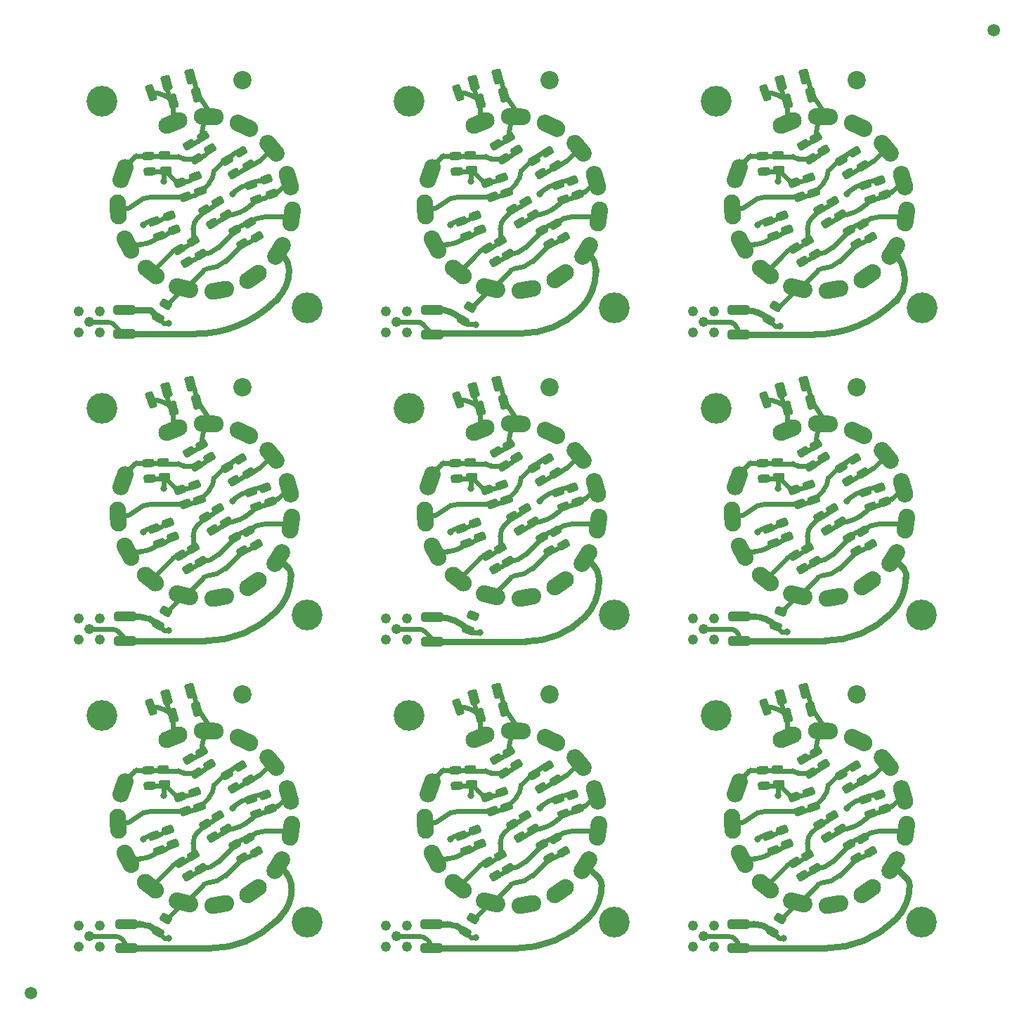
<source format=gbr>
%TF.GenerationSoftware,KiCad,Pcbnew,7.0.9*%
%TF.CreationDate,2024-10-30T14:50:37+01:00*%
%TF.ProjectId,panel,70616e65-6c2e-46b6-9963-61645f706362,rev?*%
%TF.SameCoordinates,Original*%
%TF.FileFunction,Copper,L1,Top*%
%TF.FilePolarity,Positive*%
%FSLAX46Y46*%
G04 Gerber Fmt 4.6, Leading zero omitted, Abs format (unit mm)*
G04 Created by KiCad (PCBNEW 7.0.9) date 2024-10-30 14:50:37*
%MOMM*%
%LPD*%
G01*
G04 APERTURE LIST*
G04 Aperture macros list*
%AMRoundRect*
0 Rectangle with rounded corners*
0 $1 Rounding radius*
0 $2 $3 $4 $5 $6 $7 $8 $9 X,Y pos of 4 corners*
0 Add a 4 corners polygon primitive as box body*
4,1,4,$2,$3,$4,$5,$6,$7,$8,$9,$2,$3,0*
0 Add four circle primitives for the rounded corners*
1,1,$1+$1,$2,$3*
1,1,$1+$1,$4,$5*
1,1,$1+$1,$6,$7*
1,1,$1+$1,$8,$9*
0 Add four rect primitives between the rounded corners*
20,1,$1+$1,$2,$3,$4,$5,0*
20,1,$1+$1,$4,$5,$6,$7,0*
20,1,$1+$1,$6,$7,$8,$9,0*
20,1,$1+$1,$8,$9,$2,$3,0*%
%AMHorizOval*
0 Thick line with rounded ends*
0 $1 width*
0 $2 $3 position (X,Y) of the first rounded end (center of the circle)*
0 $4 $5 position (X,Y) of the second rounded end (center of the circle)*
0 Add line between two ends*
20,1,$1,$2,$3,$4,$5,0*
0 Add two circle primitives to create the rounded ends*
1,1,$1,$2,$3*
1,1,$1,$4,$5*%
G04 Aperture macros list end*
%TA.AperFunction,SMDPad,CuDef*%
%ADD10C,1.500000*%
%TD*%
%TA.AperFunction,ComponentPad*%
%ADD11C,2.200000*%
%TD*%
%TA.AperFunction,SMDPad,CuDef*%
%ADD12RoundRect,0.250000X0.021592X-0.790275X0.491438X-0.619264X-0.021592X0.790275X-0.491438X0.619264X0*%
%TD*%
%TA.AperFunction,ComponentPad*%
%ADD13C,1.240000*%
%TD*%
%TA.AperFunction,ComponentPad*%
%ADD14HorizOval,2.000000X0.273616X0.751754X-0.273616X-0.751754X0*%
%TD*%
%TA.AperFunction,ComponentPad*%
%ADD15HorizOval,2.000000X-0.055805X0.798051X0.055805X-0.798051X0*%
%TD*%
%TA.AperFunction,ComponentPad*%
%ADD16HorizOval,2.000000X-0.375577X0.706358X0.375577X-0.706358X0*%
%TD*%
%TA.AperFunction,ComponentPad*%
%ADD17HorizOval,2.000000X-0.630409X0.492529X0.630409X-0.492529X0*%
%TD*%
%TA.AperFunction,ComponentPad*%
%ADD18HorizOval,2.000000X-0.776237X0.193538X0.776237X-0.193538X0*%
%TD*%
%TA.AperFunction,ComponentPad*%
%ADD19HorizOval,2.000000X-0.787846X-0.138919X0.787846X0.138919X0*%
%TD*%
%TA.AperFunction,ComponentPad*%
%ADD20HorizOval,2.000000X-0.663230X-0.447354X0.663230X0.447354X0*%
%TD*%
%TA.AperFunction,ComponentPad*%
%ADD21HorizOval,2.000000X-0.423935X-0.678438X0.423935X0.678438X0*%
%TD*%
%TA.AperFunction,ComponentPad*%
%ADD22HorizOval,2.000000X-0.111338X-0.792214X0.111338X0.792214X0*%
%TD*%
%TA.AperFunction,ComponentPad*%
%ADD23HorizOval,2.000000X0.220510X-0.769009X-0.220510X0.769009X0*%
%TD*%
%TA.AperFunction,ComponentPad*%
%ADD24HorizOval,2.000000X0.514230X-0.612836X-0.514230X0.612836X0*%
%TD*%
%TA.AperFunction,ComponentPad*%
%ADD25HorizOval,2.000000X0.719035X-0.350697X-0.719035X0.350697X0*%
%TD*%
%TA.AperFunction,ComponentPad*%
%ADD26HorizOval,2.000000X0.799513X-0.027920X-0.799513X0.027920X0*%
%TD*%
%TA.AperFunction,ComponentPad*%
%ADD27HorizOval,2.000000X0.741747X0.299685X-0.741747X-0.299685X0*%
%TD*%
%TA.AperFunction,ComponentPad*%
%ADD28C,3.700000*%
%TD*%
%TA.AperFunction,SMDPad,CuDef*%
%ADD29RoundRect,0.250000X0.536362X0.020994X0.286362X0.454006X-0.536362X-0.020994X-0.286362X-0.454006X0*%
%TD*%
%TA.AperFunction,SMDPad,CuDef*%
%ADD30RoundRect,0.250000X-0.536362X-0.020994X-0.286362X-0.454006X0.536362X0.020994X0.286362X0.454006X0*%
%TD*%
%TA.AperFunction,SMDPad,CuDef*%
%ADD31RoundRect,0.250000X0.145694X0.711968X-0.482158X0.543736X-0.145694X-0.711968X0.482158X-0.543736X0*%
%TD*%
%TA.AperFunction,SMDPad,CuDef*%
%ADD32RoundRect,0.250000X0.471166X-0.222281X0.425409X0.300721X-0.471166X0.222281X-0.425409X-0.300721X0*%
%TD*%
%TA.AperFunction,SMDPad,CuDef*%
%ADD33RoundRect,0.250000X0.531859X-0.072464X0.360849X0.397383X-0.531859X0.072464X-0.360849X-0.397383X0*%
%TD*%
%TA.AperFunction,SMDPad,CuDef*%
%ADD34RoundRect,0.250000X0.512642X-0.092760X0.333081X0.400578X-0.512642X0.092760X-0.333081X-0.400578X0*%
%TD*%
%TA.AperFunction,SMDPad,CuDef*%
%ADD35RoundRect,0.250000X0.258461X-0.452332X0.520961X0.002332X-0.258461X0.452332X-0.520961X-0.002332X0*%
%TD*%
%TA.AperFunction,SMDPad,CuDef*%
%ADD36RoundRect,0.250000X0.520961X-0.002332X0.258461X0.452332X-0.520961X0.002332X-0.258461X-0.452332X0*%
%TD*%
%TA.AperFunction,SMDPad,CuDef*%
%ADD37RoundRect,0.250000X1.075000X-0.312500X1.075000X0.312500X-1.075000X0.312500X-1.075000X-0.312500X0*%
%TD*%
%TA.AperFunction,SMDPad,CuDef*%
%ADD38RoundRect,0.250000X-0.520961X0.002332X-0.258461X-0.452332X0.520961X-0.002332X0.258461X0.452332X0*%
%TD*%
%TA.AperFunction,SMDPad,CuDef*%
%ADD39RoundRect,0.250000X-1.075000X0.312500X-1.075000X-0.312500X1.075000X-0.312500X1.075000X0.312500X0*%
%TD*%
%TA.AperFunction,SMDPad,CuDef*%
%ADD40RoundRect,0.250000X0.140090X0.684585X-0.463614X0.522823X-0.140090X-0.684585X0.463614X-0.522823X0*%
%TD*%
%TA.AperFunction,SMDPad,CuDef*%
%ADD41RoundRect,0.250000X0.494981X-0.207650X0.451404X0.290448X-0.494981X0.207650X-0.451404X-0.290448X0*%
%TD*%
%TA.AperFunction,SMDPad,CuDef*%
%ADD42RoundRect,0.250000X0.333081X-0.400578X0.512642X0.092760X-0.333081X0.400578X-0.512642X-0.092760X0*%
%TD*%
%TA.AperFunction,ViaPad*%
%ADD43C,0.800000*%
%TD*%
%TA.AperFunction,Conductor*%
%ADD44C,0.600000*%
%TD*%
%TA.AperFunction,Conductor*%
%ADD45C,0.750000*%
%TD*%
G04 APERTURE END LIST*
D10*
%TO.P,FD1,*%
%TO.N,*%
X101499775Y-143000000D03*
%TD*%
%TO.P,FD2,*%
%TO.N,*%
X217499775Y-27000000D03*
%TD*%
D11*
%TO.P,HV_GND,1*%
%TO.N,Board_0-GND*%
X200997975Y-106998200D03*
%TD*%
%TO.P,HV_GND,1*%
%TO.N,Board_0-GND*%
X163997975Y-106998200D03*
%TD*%
%TO.P,HV_GND,1*%
%TO.N,Board_0-GND*%
X126997975Y-107000000D03*
%TD*%
%TO.P,HV_GND,1*%
%TO.N,Board_0-GND*%
X200997975Y-69998200D03*
%TD*%
%TO.P,HV_GND,1*%
%TO.N,Board_0-GND*%
X163997975Y-69998200D03*
%TD*%
%TO.P,HV_GND,1*%
%TO.N,Board_0-GND*%
X126997975Y-70000000D03*
%TD*%
%TO.P,HV_GND,1*%
%TO.N,Board_0-GND*%
X200999775Y-32998200D03*
%TD*%
%TO.P,HV_GND,1*%
%TO.N,Board_0-GND*%
X163999775Y-32998200D03*
%TD*%
%TO.P,HV_GND,1*%
%TO.N,Board_0-GND*%
X126999775Y-33000000D03*
%TD*%
D12*
%TO.P,-HV,1*%
%TO.N,Board_2--HV*%
X189997975Y-108498200D03*
%TD*%
%TO.P,-HV,1*%
%TO.N,Board_2--HV*%
X152997975Y-108498200D03*
%TD*%
%TO.P,-HV,1*%
%TO.N,Board_2--HV*%
X115997975Y-108500000D03*
%TD*%
%TO.P,-HV,1*%
%TO.N,Board_1--HV*%
X189997975Y-71498200D03*
%TD*%
%TO.P,-HV,1*%
%TO.N,Board_1--HV*%
X152997975Y-71498200D03*
%TD*%
%TO.P,-HV,1*%
%TO.N,Board_1--HV*%
X115997975Y-71500000D03*
%TD*%
%TO.P,-HV,1*%
%TO.N,Board_0--HV*%
X189999775Y-34498200D03*
%TD*%
%TO.P,-HV,1*%
%TO.N,Board_0--HV*%
X152999775Y-34498200D03*
%TD*%
%TO.P,-HV,1*%
%TO.N,Board_0--HV*%
X115999775Y-34500000D03*
%TD*%
D13*
%TO.P,OUT,2*%
%TO.N,Board_0-GND*%
X144324975Y-134841400D03*
X144324975Y-137381400D03*
X146864975Y-134841400D03*
X146864975Y-137381400D03*
%TO.P,OUT,1*%
%TO.N,Board_7-Net-(J1-In)*%
X145594975Y-136111400D03*
%TD*%
%TO.P,OUT,2*%
%TO.N,Board_0-GND*%
X107324975Y-134843200D03*
X107324975Y-137383200D03*
X109864975Y-134843200D03*
X109864975Y-137383200D03*
%TO.P,OUT,1*%
%TO.N,Board_6-Net-(J1-In)*%
X108594975Y-136113200D03*
%TD*%
%TO.P,OUT,1*%
%TO.N,Board_8-Net-(J1-In)*%
X182594975Y-136111400D03*
%TO.P,OUT,2*%
%TO.N,Board_0-GND*%
X183864975Y-137381400D03*
X183864975Y-134841400D03*
X181324975Y-137381400D03*
X181324975Y-134841400D03*
%TD*%
%TO.P,OUT,2*%
%TO.N,Board_0-GND*%
X144324975Y-97841400D03*
X144324975Y-100381400D03*
X146864975Y-97841400D03*
X146864975Y-100381400D03*
%TO.P,OUT,1*%
%TO.N,Board_4-Net-(J1-In)*%
X145594975Y-99111400D03*
%TD*%
%TO.P,OUT,2*%
%TO.N,Board_0-GND*%
X107324975Y-97843200D03*
X107324975Y-100383200D03*
X109864975Y-97843200D03*
X109864975Y-100383200D03*
%TO.P,OUT,1*%
%TO.N,Board_3-Net-(J1-In)*%
X108594975Y-99113200D03*
%TD*%
%TO.P,OUT,1*%
%TO.N,Board_5-Net-(J1-In)*%
X182594975Y-99111400D03*
%TO.P,OUT,2*%
%TO.N,Board_0-GND*%
X183864975Y-100381400D03*
X183864975Y-97841400D03*
X181324975Y-100381400D03*
X181324975Y-97841400D03*
%TD*%
%TO.P,OUT,1*%
%TO.N,Board_2-Net-(J1-In)*%
X182596775Y-62111400D03*
%TO.P,OUT,2*%
%TO.N,Board_0-GND*%
X183866775Y-63381400D03*
X183866775Y-60841400D03*
X181326775Y-63381400D03*
X181326775Y-60841400D03*
%TD*%
%TO.P,OUT,2*%
%TO.N,Board_0-GND*%
X144326775Y-60841400D03*
X144326775Y-63381400D03*
X146866775Y-60841400D03*
X146866775Y-63381400D03*
%TO.P,OUT,1*%
%TO.N,Board_1-Net-(J1-In)*%
X145596775Y-62111400D03*
%TD*%
%TO.P,OUT,2*%
%TO.N,Board_0-GND*%
X107326775Y-60843200D03*
X107326775Y-63383200D03*
X109866775Y-60843200D03*
X109866775Y-63383200D03*
%TO.P,OUT,1*%
%TO.N,Board_0-Net-(J1-In)*%
X108596775Y-62113200D03*
%TD*%
D14*
%TO.P,U1x3,14,Dy2*%
%TO.N,Board_2-Net-(U1-Dy2)*%
X186650492Y-44221491D03*
D15*
%TO.P,U1x3,13,Dy4*%
%TO.N,Board_2-Net-(U1-Dy4)*%
X186011789Y-48546643D03*
D16*
%TO.P,U1x3,12,Dy6*%
%TO.N,Board_2-Net-(U1-Dy6)*%
X187187510Y-52757658D03*
D17*
%TO.P,U1x3,11,Dy8*%
%TO.N,Board_2-Net-(U1-Dy8)*%
X189974348Y-56126395D03*
D18*
%TO.P,U1x3,10,Dy10*%
%TO.N,Board_2-Net-(U1-Dy10)*%
X193890456Y-58070381D03*
D19*
%TO.P,U1x3,9*%
%TO.N,N/C*%
X198258681Y-58253482D03*
D20*
%TO.P,U1x3,8*%
X202323728Y-56644029D03*
D21*
%TO.P,U1x3,7,A*%
%TO.N,Board_2-Net-(J1-In)*%
X205382708Y-53520318D03*
D22*
%TO.P,U1x3,6,Dy9*%
%TO.N,Board_2-Net-(U1-Dy9)*%
X206906703Y-49422472D03*
D23*
%TO.P,U1x3,5,Dy7*%
%TO.N,Board_2-Net-(U1-Dy7)*%
X206632186Y-45059035D03*
D24*
%TO.P,U1x3,4,Dy5*%
%TO.N,Board_2-Net-(U1-Dy5)*%
X204606657Y-41184491D03*
D25*
%TO.P,U1x3,3,Dy3*%
%TO.N,Board_2-Net-(U1-Dy3)*%
X201180304Y-38468785D03*
D26*
%TO.P,U1x3,2,Dy1*%
%TO.N,Board_2-Net-(U1-Dy1)*%
X196945601Y-37381483D03*
D27*
%TO.P,U1x3,1,K*%
%TO.N,Board_0--HV*%
X192634757Y-38110592D03*
D28*
%TO.P,U1x3,*%
%TO.N,*%
X208852648Y-60384485D03*
X184062646Y-35494488D03*
%TD*%
D14*
%TO.P,U2x3,14,Dy2*%
%TO.N,Board_5-Net-(U1-Dy2)*%
X186648692Y-81221641D03*
D15*
%TO.P,U2x3,13,Dy4*%
%TO.N,Board_5-Net-(U1-Dy4)*%
X186009989Y-85546793D03*
D16*
%TO.P,U2x3,12,Dy6*%
%TO.N,Board_5-Net-(U1-Dy6)*%
X187185710Y-89757808D03*
D17*
%TO.P,U2x3,11,Dy8*%
%TO.N,Board_5-Net-(U1-Dy8)*%
X189972548Y-93126545D03*
D18*
%TO.P,U2x3,10,Dy10*%
%TO.N,Board_5-Net-(U1-Dy10)*%
X193888656Y-95070531D03*
D19*
%TO.P,U2x3,9*%
%TO.N,N/C*%
X198256881Y-95253632D03*
D20*
%TO.P,U2x3,8*%
X202321928Y-93644179D03*
D21*
%TO.P,U2x3,7,A*%
%TO.N,Board_5-Net-(J1-In)*%
X205380908Y-90520468D03*
D22*
%TO.P,U2x3,6,Dy9*%
%TO.N,Board_5-Net-(U1-Dy9)*%
X206904903Y-86422622D03*
D23*
%TO.P,U2x3,5,Dy7*%
%TO.N,Board_5-Net-(U1-Dy7)*%
X206630386Y-82059185D03*
D24*
%TO.P,U2x3,4,Dy5*%
%TO.N,Board_5-Net-(U1-Dy5)*%
X204604857Y-78184641D03*
D25*
%TO.P,U2x3,3,Dy3*%
%TO.N,Board_5-Net-(U1-Dy3)*%
X201178504Y-75468935D03*
D26*
%TO.P,U2x3,2,Dy1*%
%TO.N,Board_5-Net-(U1-Dy1)*%
X196943801Y-74381633D03*
D27*
%TO.P,U2x3,1,K*%
%TO.N,Board_1--HV*%
X192632957Y-75110742D03*
D28*
%TO.P,U2x3,*%
%TO.N,*%
X208850848Y-97384635D03*
X184060846Y-72494638D03*
%TD*%
D14*
%TO.P,U3x3,14,Dy2*%
%TO.N,Board_8-Net-(U1-Dy2)*%
X186648692Y-118221791D03*
D15*
%TO.P,U3x3,13,Dy4*%
%TO.N,Board_8-Net-(U1-Dy4)*%
X186009989Y-122546943D03*
D16*
%TO.P,U3x3,12,Dy6*%
%TO.N,Board_8-Net-(U1-Dy6)*%
X187185710Y-126757958D03*
D17*
%TO.P,U3x3,11,Dy8*%
%TO.N,Board_8-Net-(U1-Dy8)*%
X189972548Y-130126695D03*
D18*
%TO.P,U3x3,10,Dy10*%
%TO.N,Board_8-Net-(U1-Dy10)*%
X193888656Y-132070681D03*
D19*
%TO.P,U3x3,9*%
%TO.N,N/C*%
X198256881Y-132253782D03*
D20*
%TO.P,U3x3,8*%
X202321928Y-130644329D03*
D21*
%TO.P,U3x3,7,A*%
%TO.N,Board_8-Net-(J1-In)*%
X205380908Y-127520618D03*
D22*
%TO.P,U3x3,6,Dy9*%
%TO.N,Board_8-Net-(U1-Dy9)*%
X206904903Y-123422772D03*
D23*
%TO.P,U3x3,5,Dy7*%
%TO.N,Board_8-Net-(U1-Dy7)*%
X206630386Y-119059335D03*
D24*
%TO.P,U3x3,4,Dy5*%
%TO.N,Board_8-Net-(U1-Dy5)*%
X204604857Y-115184791D03*
D25*
%TO.P,U3x3,3,Dy3*%
%TO.N,Board_8-Net-(U1-Dy3)*%
X201178504Y-112469085D03*
D26*
%TO.P,U3x3,2,Dy1*%
%TO.N,Board_8-Net-(U1-Dy1)*%
X196943801Y-111381783D03*
D27*
%TO.P,U3x3,1,K*%
%TO.N,Board_2--HV*%
X192632957Y-112110892D03*
D28*
%TO.P,U3x3,*%
%TO.N,*%
X208850848Y-134384785D03*
X184060846Y-109494788D03*
%TD*%
D29*
%TO.P,C10,1*%
%TO.N,Board_0-Net-(U1-Dy9)*%
X122049925Y-53997726D03*
%TO.P,C10,2*%
%TO.N,Board_0-Net-(U1-Dy8)*%
X121099925Y-52352278D03*
%TD*%
D30*
%TO.P,C36,1*%
%TO.N,Board_3-Net-(U1-Dy8)*%
X124098125Y-84602428D03*
%TO.P,C36,2*%
%TO.N,Board_3-Net-(U1-Dy7)*%
X125048125Y-86247876D03*
%TD*%
D31*
%TO.P,C46,1*%
%TO.N,Board_4-Net-(U1-Dy1)*%
X157748016Y-69541594D03*
%TO.P,C46,2*%
%TO.N,Board_1--HV*%
X154898534Y-70305110D03*
%TD*%
D32*
%TO.P,R73,1*%
%TO.N,Board_6-Net-(U1-Dy3)*%
X117652655Y-117834330D03*
%TO.P,R73,2*%
%TO.N,Board_6-Net-(U1-Dy2)*%
X117493595Y-116016274D03*
%TD*%
D31*
%TO.P,C5,2*%
%TO.N,Board_0--HV*%
X191900484Y-33304960D03*
%TO.P,C5,1*%
%TO.N,Board_2-Net-(U1-Dy1)*%
X194749966Y-32541444D03*
%TD*%
D33*
%TO.P,C61,2*%
%TO.N,Board_5-Net-(U1-Dy6)*%
X202068508Y-82580728D03*
%TO.P,C61,1*%
%TO.N,Board_5-Net-(U1-Dy7)*%
X202718346Y-84366144D03*
%TD*%
D34*
%TO.P,R90,1*%
%TO.N,Board_7-Net-(U1-Dy7)*%
X167385368Y-120780972D03*
%TO.P,R90,2*%
%TO.N,Board_7-Net-(U1-Dy6)*%
X166761182Y-119066032D03*
%TD*%
D29*
%TO.P,C32,2*%
%TO.N,Board_2-Net-(U1-Dy9)*%
X201736816Y-50304191D03*
%TO.P,C32,1*%
%TO.N,Board_2-Net-(U1-Dy10)*%
X202686816Y-51949639D03*
%TD*%
D35*
%TO.P,R83,1*%
%TO.N,Board_0-GND*%
X153867025Y-135565113D03*
%TO.P,R83,2*%
%TO.N,Board_7-Net-(U1-Dy10)*%
X154779525Y-133984617D03*
%TD*%
D36*
%TO.P,R9,1*%
%TO.N,Board_0-Net-(U1-Dy10)*%
X127031175Y-52715250D03*
%TO.P,R9,2*%
%TO.N,Board_0-Net-(U1-Dy9)*%
X126118675Y-51134754D03*
%TD*%
%TO.P,R66,1*%
%TO.N,Board_4-Net-(U1-Dy9)*%
X157470567Y-91797053D03*
%TO.P,R66,2*%
%TO.N,Board_4-Net-(U1-Dy8)*%
X156558067Y-90216557D03*
%TD*%
%TO.P,R72,2*%
%TO.N,Board_8-Net-(U1-Dy1)*%
X196117175Y-113883254D03*
%TO.P,R72,1*%
%TO.N,Board_8-Net-(U1-Dy2)*%
X197029675Y-115463750D03*
%TD*%
D37*
%TO.P,RT6,2*%
%TO.N,Board_0-GND*%
X186871175Y-97589900D03*
%TO.P,RT6,1*%
%TO.N,Board_5-Net-(J1-In)*%
X186871175Y-100514900D03*
%TD*%
D38*
%TO.P,R39,1*%
%TO.N,Board_3-Net-(U1-Dy8)*%
X122562857Y-85602587D03*
%TO.P,R39,2*%
%TO.N,Board_3-Net-(U1-Dy7)*%
X123475357Y-87183083D03*
%TD*%
D36*
%TO.P,R64,1*%
%TO.N,Board_6-Net-(U1-Dy2)*%
X123029375Y-115465550D03*
%TO.P,R64,2*%
%TO.N,Board_6-Net-(U1-Dy1)*%
X122116875Y-113885054D03*
%TD*%
%TO.P,R45,1*%
%TO.N,Board_4-Net-(U1-Dy10)*%
X164029525Y-89713600D03*
%TO.P,R45,2*%
%TO.N,Board_4-Net-(U1-Dy9)*%
X163117025Y-88133104D03*
%TD*%
D29*
%TO.P,C21,1*%
%TO.N,Board_1-Net-(U1-Dy10)*%
X165686666Y-51949639D03*
%TO.P,C21,2*%
%TO.N,Board_1-Net-(U1-Dy9)*%
X164736666Y-50304191D03*
%TD*%
%TO.P,C66,1*%
%TO.N,Board_3-Net-(U1-Dy9)*%
X122048125Y-90997876D03*
%TO.P,C66,2*%
%TO.N,Board_3-Net-(U1-Dy8)*%
X121098125Y-89352428D03*
%TD*%
%TO.P,C22,1*%
%TO.N,Board_1-Net-(U1-Dy5)*%
X164744348Y-43275389D03*
%TO.P,C22,2*%
%TO.N,Board_1-Net-(U1-Dy4)*%
X163794348Y-41629941D03*
%TD*%
D36*
%TO.P,R30,2*%
%TO.N,Board_2-Net-(U1-Dy4)*%
X199118975Y-42632954D03*
%TO.P,R30,1*%
%TO.N,Board_2-Net-(U1-Dy5)*%
X200031475Y-44213450D03*
%TD*%
D29*
%TO.P,C73,2*%
%TO.N,Board_8-Net-(U1-Dy1)*%
X194597150Y-114784146D03*
%TO.P,C73,1*%
%TO.N,Board_8-Net-(U1-Dy2)*%
X195547150Y-116429594D03*
%TD*%
D28*
%TO.P,U2x2,*%
%TO.N,*%
X147060696Y-72494638D03*
X171850698Y-97384635D03*
D27*
%TO.P,U2x2,1,K*%
%TO.N,Board_1--HV*%
X155632807Y-75110742D03*
D26*
%TO.P,U2x2,2,Dy1*%
%TO.N,Board_4-Net-(U1-Dy1)*%
X159943651Y-74381633D03*
D25*
%TO.P,U2x2,3,Dy3*%
%TO.N,Board_4-Net-(U1-Dy3)*%
X164178354Y-75468935D03*
D24*
%TO.P,U2x2,4,Dy5*%
%TO.N,Board_4-Net-(U1-Dy5)*%
X167604707Y-78184641D03*
D23*
%TO.P,U2x2,5,Dy7*%
%TO.N,Board_4-Net-(U1-Dy7)*%
X169630236Y-82059185D03*
D22*
%TO.P,U2x2,6,Dy9*%
%TO.N,Board_4-Net-(U1-Dy9)*%
X169904753Y-86422622D03*
D21*
%TO.P,U2x2,7,A*%
%TO.N,Board_4-Net-(J1-In)*%
X168380758Y-90520468D03*
D20*
%TO.P,U2x2,8*%
%TO.N,N/C*%
X165321778Y-93644179D03*
D19*
%TO.P,U2x2,9*%
X161256731Y-95253632D03*
D18*
%TO.P,U2x2,10,Dy10*%
%TO.N,Board_4-Net-(U1-Dy10)*%
X156888506Y-95070531D03*
D17*
%TO.P,U2x2,11,Dy8*%
%TO.N,Board_4-Net-(U1-Dy8)*%
X152972398Y-93126545D03*
D16*
%TO.P,U2x2,12,Dy6*%
%TO.N,Board_4-Net-(U1-Dy6)*%
X150185560Y-89757808D03*
D15*
%TO.P,U2x2,13,Dy4*%
%TO.N,Board_4-Net-(U1-Dy4)*%
X149009839Y-85546793D03*
D14*
%TO.P,U2x2,14,Dy2*%
%TO.N,Board_4-Net-(U1-Dy2)*%
X149648542Y-81221641D03*
%TD*%
D36*
%TO.P,R36,1*%
%TO.N,Board_3-Net-(U1-Dy2)*%
X123029375Y-78465400D03*
%TO.P,R36,2*%
%TO.N,Board_3-Net-(U1-Dy1)*%
X122116875Y-76884904D03*
%TD*%
D34*
%TO.P,R32,2*%
%TO.N,Board_2-Net-(U1-Dy3)*%
X193513132Y-45315732D03*
%TO.P,R32,1*%
%TO.N,Board_2-Net-(U1-Dy4)*%
X194137318Y-47030672D03*
%TD*%
%TO.P,R12,1*%
%TO.N,Board_0-Net-(U1-Dy4)*%
X120137018Y-47032472D03*
%TO.P,R12,2*%
%TO.N,Board_0-Net-(U1-Dy3)*%
X119512832Y-45317532D03*
%TD*%
%TO.P,R81,1*%
%TO.N,Board_6-Net-(U1-Dy7)*%
X130385218Y-120782772D03*
%TO.P,R81,2*%
%TO.N,Board_6-Net-(U1-Dy6)*%
X129761032Y-119067832D03*
%TD*%
D36*
%TO.P,R68,1*%
%TO.N,Board_7-Net-(U1-Dy2)*%
X160029525Y-115463750D03*
%TO.P,R68,2*%
%TO.N,Board_7-Net-(U1-Dy1)*%
X159117025Y-113883254D03*
%TD*%
D34*
%TO.P,R22,1*%
%TO.N,Board_1-Net-(U1-Dy4)*%
X157137168Y-47030672D03*
%TO.P,R22,2*%
%TO.N,Board_1-Net-(U1-Dy3)*%
X156512982Y-45315732D03*
%TD*%
D36*
%TO.P,R13,1*%
%TO.N,Board_0-Net-(U1-Dy5)*%
X126031175Y-44215250D03*
%TO.P,R13,2*%
%TO.N,Board_0-Net-(U1-Dy4)*%
X125118675Y-42634754D03*
%TD*%
D39*
%TO.P,RT1,1*%
%TO.N,Board_0-GND*%
X112813175Y-60625300D03*
%TO.P,RT1,2*%
%TO.N,Board_0-Net-(J1-In)*%
X112813175Y-63550300D03*
%TD*%
D33*
%TO.P,C35,1*%
%TO.N,Board_3-Net-(U1-Dy7)*%
X128718046Y-84367944D03*
%TO.P,C35,2*%
%TO.N,Board_3-Net-(U1-Dy6)*%
X128068208Y-82582528D03*
%TD*%
D32*
%TO.P,R25,2*%
%TO.N,Board_2-Net-(U1-Dy2)*%
X191495695Y-42014174D03*
%TO.P,R25,1*%
%TO.N,Board_2-Net-(U1-Dy3)*%
X191654755Y-43832230D03*
%TD*%
D31*
%TO.P,C3,1*%
%TO.N,Board_1-Net-(U1-Dy1)*%
X157749816Y-32541444D03*
%TO.P,C3,2*%
%TO.N,Board_0--HV*%
X154900334Y-33304960D03*
%TD*%
D40*
%TO.P,R1,1*%
%TO.N,Board_0-Net-(U1-Dy1)*%
X121487592Y-34796479D03*
%TO.P,R1,2*%
%TO.N,Board_0--HV*%
X118662258Y-35553525D03*
%TD*%
D34*
%TO.P,R4,1*%
%TO.N,Board_0-Net-(U1-Dy7)*%
X130536868Y-46657470D03*
%TO.P,R4,2*%
%TO.N,Board_0-Net-(U1-Dy6)*%
X129912682Y-44942530D03*
%TD*%
%TO.P,R5,1*%
%TO.N,Board_0-Net-(U1-Dy6)*%
X118811868Y-51007470D03*
%TO.P,R5,2*%
%TO.N,Board_0-Net-(U1-Dy5)*%
X118187682Y-49292530D03*
%TD*%
%TO.P,R91,2*%
%TO.N,Board_8-Net-(U1-Dy5)*%
X192011332Y-123316032D03*
%TO.P,R91,1*%
%TO.N,Board_8-Net-(U1-Dy6)*%
X192635518Y-125030972D03*
%TD*%
D31*
%TO.P,C65,1*%
%TO.N,Board_6-Net-(U1-Dy1)*%
X120747866Y-106543544D03*
%TO.P,C65,2*%
%TO.N,Board_2--HV*%
X117898384Y-107307060D03*
%TD*%
D36*
%TO.P,R58,2*%
%TO.N,Board_5-Net-(U1-Dy9)*%
X200117175Y-88133104D03*
%TO.P,R58,1*%
%TO.N,Board_5-Net-(U1-Dy10)*%
X201029675Y-89713600D03*
%TD*%
%TO.P,R17,1*%
%TO.N,Board_1-Net-(U1-Dy2)*%
X160031325Y-41463450D03*
%TO.P,R17,2*%
%TO.N,Board_1-Net-(U1-Dy1)*%
X159118825Y-39882954D03*
%TD*%
D29*
%TO.P,C86,1*%
%TO.N,Board_7-Net-(U1-Dy9)*%
X159048275Y-127996226D03*
%TO.P,C86,2*%
%TO.N,Board_7-Net-(U1-Dy8)*%
X158098275Y-126350778D03*
%TD*%
%TO.P,C68,1*%
%TO.N,Board_4-Net-(U1-Dy9)*%
X159048275Y-90996076D03*
%TO.P,C68,2*%
%TO.N,Board_4-Net-(U1-Dy8)*%
X158098275Y-89350628D03*
%TD*%
D32*
%TO.P,R53,2*%
%TO.N,Board_5-Net-(U1-Dy2)*%
X191493895Y-79014324D03*
%TO.P,R53,1*%
%TO.N,Board_5-Net-(U1-Dy3)*%
X191652955Y-80832380D03*
%TD*%
D33*
%TO.P,C49,1*%
%TO.N,Board_4-Net-(U1-Dy6)*%
X153997338Y-88790399D03*
%TO.P,C49,2*%
%TO.N,Board_4-Net-(U1-Dy5)*%
X153347500Y-87004983D03*
%TD*%
D40*
%TO.P,R61,1*%
%TO.N,Board_6-Net-(U1-Dy1)*%
X121485792Y-108796779D03*
%TO.P,R61,2*%
%TO.N,Board_2--HV*%
X118660458Y-109553825D03*
%TD*%
%TO.P,R65,1*%
%TO.N,Board_7-Net-(U1-Dy1)*%
X158485942Y-108794979D03*
%TO.P,R65,2*%
%TO.N,Board_2--HV*%
X155660608Y-109552025D03*
%TD*%
D39*
%TO.P,RT4,1*%
%TO.N,Board_0-GND*%
X112862175Y-97617100D03*
%TO.P,RT4,2*%
%TO.N,Board_3-Net-(J1-In)*%
X112862175Y-100542100D03*
%TD*%
D41*
%TO.P,C37,1*%
%TO.N,Board_3-Net-(U1-Dy3)*%
X115840451Y-81000229D03*
%TO.P,C37,2*%
%TO.N,Board_3-Net-(U1-Dy2)*%
X115674855Y-79107459D03*
%TD*%
D32*
%TO.P,R38,1*%
%TO.N,Board_3-Net-(U1-Dy3)*%
X117652655Y-80834180D03*
%TO.P,R38,2*%
%TO.N,Board_3-Net-(U1-Dy2)*%
X117493595Y-79016124D03*
%TD*%
D42*
%TO.P,R67,1*%
%TO.N,Board_0-GND*%
X154190082Y-99173270D03*
%TO.P,R67,2*%
%TO.N,Board_4-Net-(U1-Dy10)*%
X154814268Y-97458330D03*
%TD*%
D40*
%TO.P,R48,1*%
%TO.N,Board_4-Net-(U1-Dy1)*%
X158485942Y-71794829D03*
%TO.P,R48,2*%
%TO.N,Board_1--HV*%
X155660608Y-72551875D03*
%TD*%
D29*
%TO.P,C74,2*%
%TO.N,Board_5-Net-(U1-Dy8)*%
X195098425Y-89350628D03*
%TO.P,C74,1*%
%TO.N,Board_5-Net-(U1-Dy9)*%
X196048425Y-90996076D03*
%TD*%
D38*
%TO.P,R29,2*%
%TO.N,Board_2-Net-(U1-Dy7)*%
X197477457Y-50181133D03*
%TO.P,R29,1*%
%TO.N,Board_2-Net-(U1-Dy8)*%
X196564957Y-48600637D03*
%TD*%
D36*
%TO.P,R49,1*%
%TO.N,Board_4-Net-(U1-Dy5)*%
X163029525Y-81213600D03*
%TO.P,R49,2*%
%TO.N,Board_4-Net-(U1-Dy4)*%
X162117025Y-79633104D03*
%TD*%
D33*
%TO.P,C43,1*%
%TO.N,Board_3-Net-(U1-Dy6)*%
X116997188Y-88792199D03*
%TO.P,C43,2*%
%TO.N,Board_3-Net-(U1-Dy5)*%
X116347350Y-87006783D03*
%TD*%
D36*
%TO.P,R89,1*%
%TO.N,Board_7-Net-(U1-Dy10)*%
X164029525Y-126713750D03*
%TO.P,R89,2*%
%TO.N,Board_7-Net-(U1-Dy9)*%
X163117025Y-125133254D03*
%TD*%
D29*
%TO.P,C70,1*%
%TO.N,Board_7-Net-(U1-Dy2)*%
X158547000Y-116429594D03*
%TO.P,C70,2*%
%TO.N,Board_7-Net-(U1-Dy1)*%
X157597000Y-114784146D03*
%TD*%
D36*
%TO.P,R31,2*%
%TO.N,Board_2-Net-(U1-Dy9)*%
X200118975Y-51132954D03*
%TO.P,R31,1*%
%TO.N,Board_2-Net-(U1-Dy10)*%
X201031475Y-52713450D03*
%TD*%
D30*
%TO.P,C82,1*%
%TO.N,Board_6-Net-(U1-Dy8)*%
X124098125Y-121602578D03*
%TO.P,C82,2*%
%TO.N,Board_6-Net-(U1-Dy7)*%
X125048125Y-123248026D03*
%TD*%
D36*
%TO.P,R19,1*%
%TO.N,Board_1-Net-(U1-Dy10)*%
X164031325Y-52713450D03*
%TO.P,R19,2*%
%TO.N,Board_1-Net-(U1-Dy9)*%
X163118825Y-51132954D03*
%TD*%
%TO.P,R8,1*%
%TO.N,Board_0-Net-(U1-Dy2)*%
X123156025Y-41315248D03*
%TO.P,R8,2*%
%TO.N,Board_0-Net-(U1-Dy1)*%
X122243525Y-39734752D03*
%TD*%
D28*
%TO.P,U2x1,*%
%TO.N,*%
X110060546Y-72496438D03*
X134850548Y-97386435D03*
D27*
%TO.P,U2x1,1,K*%
%TO.N,Board_1--HV*%
X118632657Y-75112542D03*
D26*
%TO.P,U2x1,2,Dy1*%
%TO.N,Board_3-Net-(U1-Dy1)*%
X122943501Y-74383433D03*
D25*
%TO.P,U2x1,3,Dy3*%
%TO.N,Board_3-Net-(U1-Dy3)*%
X127178204Y-75470735D03*
D24*
%TO.P,U2x1,4,Dy5*%
%TO.N,Board_3-Net-(U1-Dy5)*%
X130604557Y-78186441D03*
D23*
%TO.P,U2x1,5,Dy7*%
%TO.N,Board_3-Net-(U1-Dy7)*%
X132630086Y-82060985D03*
D22*
%TO.P,U2x1,6,Dy9*%
%TO.N,Board_3-Net-(U1-Dy9)*%
X132904603Y-86424422D03*
D21*
%TO.P,U2x1,7,A*%
%TO.N,Board_3-Net-(J1-In)*%
X131380608Y-90522268D03*
D20*
%TO.P,U2x1,8*%
%TO.N,N/C*%
X128321628Y-93645979D03*
D19*
%TO.P,U2x1,9*%
X124256581Y-95255432D03*
D18*
%TO.P,U2x1,10,Dy10*%
%TO.N,Board_3-Net-(U1-Dy10)*%
X119888356Y-95072331D03*
D17*
%TO.P,U2x1,11,Dy8*%
%TO.N,Board_3-Net-(U1-Dy8)*%
X115972248Y-93128345D03*
D16*
%TO.P,U2x1,12,Dy6*%
%TO.N,Board_3-Net-(U1-Dy6)*%
X113185410Y-89759608D03*
D15*
%TO.P,U2x1,13,Dy4*%
%TO.N,Board_3-Net-(U1-Dy4)*%
X112009689Y-85548593D03*
D14*
%TO.P,U2x1,14,Dy2*%
%TO.N,Board_3-Net-(U1-Dy2)*%
X112648392Y-81223441D03*
%TD*%
D39*
%TO.P,RT9,2*%
%TO.N,Board_8-Net-(J1-In)*%
X186820375Y-137557500D03*
%TO.P,RT9,1*%
%TO.N,Board_0-GND*%
X186820375Y-134632500D03*
%TD*%
D30*
%TO.P,C19,1*%
%TO.N,Board_1-Net-(U1-Dy8)*%
X161100075Y-47600478D03*
%TO.P,C19,2*%
%TO.N,Board_1-Net-(U1-Dy7)*%
X162050075Y-49245926D03*
%TD*%
D29*
%TO.P,C79,1*%
%TO.N,Board_6-Net-(U1-Dy9)*%
X122048125Y-127998026D03*
%TO.P,C79,2*%
%TO.N,Board_6-Net-(U1-Dy8)*%
X121098125Y-126352578D03*
%TD*%
%TO.P,C47,1*%
%TO.N,Board_4-Net-(U1-Dy10)*%
X165684866Y-88949789D03*
%TO.P,C47,2*%
%TO.N,Board_4-Net-(U1-Dy9)*%
X164734866Y-87304341D03*
%TD*%
D40*
%TO.P,R40,1*%
%TO.N,Board_3-Net-(U1-Dy1)*%
X121485792Y-71796629D03*
%TO.P,R40,2*%
%TO.N,Board_1--HV*%
X118660458Y-72553675D03*
%TD*%
D34*
%TO.P,R98,2*%
%TO.N,Board_8-Net-(U1-Dy6)*%
X203761332Y-119066032D03*
%TO.P,R98,1*%
%TO.N,Board_8-Net-(U1-Dy7)*%
X204385518Y-120780972D03*
%TD*%
D29*
%TO.P,C50,1*%
%TO.N,Board_4-Net-(U1-Dy5)*%
X164742548Y-80275539D03*
%TO.P,C50,2*%
%TO.N,Board_4-Net-(U1-Dy4)*%
X163792548Y-78630091D03*
%TD*%
%TO.P,C51,1*%
%TO.N,Board_4-Net-(U1-Dy2)*%
X158547000Y-79429444D03*
%TO.P,C51,2*%
%TO.N,Board_4-Net-(U1-Dy1)*%
X157597000Y-77783996D03*
%TD*%
D36*
%TO.P,R78,1*%
%TO.N,Board_6-Net-(U1-Dy5)*%
X126029375Y-118215550D03*
%TO.P,R78,2*%
%TO.N,Board_6-Net-(U1-Dy4)*%
X125116875Y-116635054D03*
%TD*%
%TO.P,R80,1*%
%TO.N,Board_6-Net-(U1-Dy9)*%
X120470417Y-128799003D03*
%TO.P,R80,2*%
%TO.N,Board_6-Net-(U1-Dy8)*%
X119557917Y-127218507D03*
%TD*%
D31*
%TO.P,C2,1*%
%TO.N,Board_0-Net-(U1-Dy1)*%
X120749666Y-32543244D03*
%TO.P,C2,2*%
%TO.N,Board_0--HV*%
X117900184Y-33306760D03*
%TD*%
D33*
%TO.P,C96,2*%
%TO.N,Board_8-Net-(U1-Dy3)*%
X195232688Y-118724096D03*
%TO.P,C96,1*%
%TO.N,Board_8-Net-(U1-Dy4)*%
X195882526Y-120509512D03*
%TD*%
D29*
%TO.P,C7,1*%
%TO.N,Board_0-Net-(U1-Dy5)*%
X127774775Y-43247724D03*
%TO.P,C7,2*%
%TO.N,Board_0-Net-(U1-Dy4)*%
X126824775Y-41602276D03*
%TD*%
D41*
%TO.P,C44,1*%
%TO.N,Board_4-Net-(U1-Dy3)*%
X152840601Y-80998429D03*
%TO.P,C44,2*%
%TO.N,Board_4-Net-(U1-Dy2)*%
X152675005Y-79105659D03*
%TD*%
D29*
%TO.P,C24,1*%
%TO.N,Board_1-Net-(U1-Dy9)*%
X159050075Y-53995926D03*
%TO.P,C24,2*%
%TO.N,Board_1-Net-(U1-Dy8)*%
X158100075Y-52350478D03*
%TD*%
D36*
%TO.P,R97,2*%
%TO.N,Board_8-Net-(U1-Dy4)*%
X199117175Y-116633254D03*
%TO.P,R97,1*%
%TO.N,Board_8-Net-(U1-Dy5)*%
X200029675Y-118213750D03*
%TD*%
D29*
%TO.P,C31,2*%
%TO.N,Board_2-Net-(U1-Dy8)*%
X195100225Y-52350478D03*
%TO.P,C31,1*%
%TO.N,Board_2-Net-(U1-Dy9)*%
X196050225Y-53995926D03*
%TD*%
D36*
%TO.P,R20,1*%
%TO.N,Board_1-Net-(U1-Dy5)*%
X163031325Y-44213450D03*
%TO.P,R20,2*%
%TO.N,Board_1-Net-(U1-Dy4)*%
X162118825Y-42632954D03*
%TD*%
D31*
%TO.P,C69,1*%
%TO.N,Board_7-Net-(U1-Dy1)*%
X157748016Y-106541744D03*
%TO.P,C69,2*%
%TO.N,Board_2--HV*%
X154898534Y-107305260D03*
%TD*%
D33*
%TO.P,C12,1*%
%TO.N,Board_0-Net-(U1-Dy6)*%
X116998988Y-51792049D03*
%TO.P,C12,2*%
%TO.N,Board_0-Net-(U1-Dy5)*%
X116349150Y-50006633D03*
%TD*%
D29*
%TO.P,C16,1*%
%TO.N,Board_1-Net-(U1-Dy2)*%
X158548800Y-42429294D03*
%TO.P,C16,2*%
%TO.N,Board_1-Net-(U1-Dy1)*%
X157598800Y-40783846D03*
%TD*%
%TO.P,C38,1*%
%TO.N,Board_3-Net-(U1-Dy10)*%
X128684716Y-88951589D03*
%TO.P,C38,2*%
%TO.N,Board_3-Net-(U1-Dy9)*%
X127734716Y-87306141D03*
%TD*%
D33*
%TO.P,C81,1*%
%TO.N,Board_6-Net-(U1-Dy4)*%
X121882226Y-120511312D03*
%TO.P,C81,2*%
%TO.N,Board_6-Net-(U1-Dy3)*%
X121232388Y-118725896D03*
%TD*%
D34*
%TO.P,R33,2*%
%TO.N,Board_2-Net-(U1-Dy6)*%
X203763132Y-45065732D03*
%TO.P,R33,1*%
%TO.N,Board_2-Net-(U1-Dy7)*%
X204387318Y-46780672D03*
%TD*%
D35*
%TO.P,R6,1*%
%TO.N,Board_0-GND*%
X116868675Y-61566613D03*
%TO.P,R6,2*%
%TO.N,Board_0-Net-(U1-Dy10)*%
X117781175Y-59986117D03*
%TD*%
D41*
%TO.P,C55,2*%
%TO.N,Board_5-Net-(U1-Dy2)*%
X189675155Y-79105659D03*
%TO.P,C55,1*%
%TO.N,Board_5-Net-(U1-Dy3)*%
X189840751Y-80998429D03*
%TD*%
D29*
%TO.P,C41,1*%
%TO.N,Board_3-Net-(U1-Dy2)*%
X121546850Y-79431244D03*
%TO.P,C41,2*%
%TO.N,Board_3-Net-(U1-Dy1)*%
X120596850Y-77785796D03*
%TD*%
D34*
%TO.P,R15,1*%
%TO.N,Board_1-Net-(U1-Dy6)*%
X155637168Y-51030672D03*
%TO.P,R15,2*%
%TO.N,Board_1-Net-(U1-Dy5)*%
X155012982Y-49315732D03*
%TD*%
D29*
%TO.P,C60,2*%
%TO.N,Board_5-Net-(U1-Dy4)*%
X200792698Y-78630091D03*
%TO.P,C60,1*%
%TO.N,Board_5-Net-(U1-Dy5)*%
X201742698Y-80275539D03*
%TD*%
D33*
%TO.P,C14,1*%
%TO.N,Board_0-Net-(U1-Dy7)*%
X128719846Y-47367794D03*
%TO.P,C14,2*%
%TO.N,Board_0-Net-(U1-Dy6)*%
X128070008Y-45582378D03*
%TD*%
%TO.P,C78,1*%
%TO.N,Board_6-Net-(U1-Dy6)*%
X116997188Y-125792349D03*
%TO.P,C78,2*%
%TO.N,Board_6-Net-(U1-Dy5)*%
X116347350Y-124006933D03*
%TD*%
D34*
%TO.P,R52,2*%
%TO.N,Board_5-Net-(U1-Dy5)*%
X192011332Y-86315882D03*
%TO.P,R52,1*%
%TO.N,Board_5-Net-(U1-Dy6)*%
X192635518Y-88030822D03*
%TD*%
D29*
%TO.P,C33,2*%
%TO.N,Board_2-Net-(U1-Dy1)*%
X194598950Y-40783846D03*
%TO.P,C33,1*%
%TO.N,Board_2-Net-(U1-Dy2)*%
X195548950Y-42429294D03*
%TD*%
D30*
%TO.P,C27,2*%
%TO.N,Board_2-Net-(U1-Dy7)*%
X199050225Y-49245926D03*
%TO.P,C27,1*%
%TO.N,Board_2-Net-(U1-Dy8)*%
X198100225Y-47600478D03*
%TD*%
D29*
%TO.P,C28,2*%
%TO.N,Board_2-Net-(U1-Dy4)*%
X200794498Y-41629941D03*
%TO.P,C28,1*%
%TO.N,Board_2-Net-(U1-Dy5)*%
X201744498Y-43275389D03*
%TD*%
D36*
%TO.P,R96,2*%
%TO.N,Board_8-Net-(U1-Dy8)*%
X193558217Y-127216707D03*
%TO.P,R96,1*%
%TO.N,Board_8-Net-(U1-Dy9)*%
X194470717Y-128797203D03*
%TD*%
%TO.P,R55,2*%
%TO.N,Board_5-Net-(U1-Dy1)*%
X196117175Y-76883104D03*
%TO.P,R55,1*%
%TO.N,Board_5-Net-(U1-Dy2)*%
X197029675Y-78463600D03*
%TD*%
D29*
%TO.P,C98,2*%
%TO.N,Board_8-Net-(U1-Dy9)*%
X201735016Y-124304491D03*
%TO.P,C98,1*%
%TO.N,Board_8-Net-(U1-Dy10)*%
X202685016Y-125949939D03*
%TD*%
%TO.P,C80,1*%
%TO.N,Board_6-Net-(U1-Dy5)*%
X127742398Y-117277489D03*
%TO.P,C80,2*%
%TO.N,Board_6-Net-(U1-Dy4)*%
X126792398Y-115632041D03*
%TD*%
%TO.P,C84,1*%
%TO.N,Board_7-Net-(U1-Dy10)*%
X165684866Y-125949939D03*
%TO.P,C84,2*%
%TO.N,Board_7-Net-(U1-Dy9)*%
X164734866Y-124304491D03*
%TD*%
D33*
%TO.P,C97,2*%
%TO.N,Board_8-Net-(U1-Dy6)*%
X202068508Y-119580878D03*
%TO.P,C97,1*%
%TO.N,Board_8-Net-(U1-Dy7)*%
X202718346Y-121366294D03*
%TD*%
D28*
%TO.P,U3x1,*%
%TO.N,*%
X110060546Y-109496588D03*
X134850548Y-134386585D03*
D27*
%TO.P,U3x1,1,K*%
%TO.N,Board_2--HV*%
X118632657Y-112112692D03*
D26*
%TO.P,U3x1,2,Dy1*%
%TO.N,Board_6-Net-(U1-Dy1)*%
X122943501Y-111383583D03*
D25*
%TO.P,U3x1,3,Dy3*%
%TO.N,Board_6-Net-(U1-Dy3)*%
X127178204Y-112470885D03*
D24*
%TO.P,U3x1,4,Dy5*%
%TO.N,Board_6-Net-(U1-Dy5)*%
X130604557Y-115186591D03*
D23*
%TO.P,U3x1,5,Dy7*%
%TO.N,Board_6-Net-(U1-Dy7)*%
X132630086Y-119061135D03*
D22*
%TO.P,U3x1,6,Dy9*%
%TO.N,Board_6-Net-(U1-Dy9)*%
X132904603Y-123424572D03*
D21*
%TO.P,U3x1,7,A*%
%TO.N,Board_6-Net-(J1-In)*%
X131380608Y-127522418D03*
D20*
%TO.P,U3x1,8*%
%TO.N,N/C*%
X128321628Y-130646129D03*
D19*
%TO.P,U3x1,9*%
X124256581Y-132255582D03*
D18*
%TO.P,U3x1,10,Dy10*%
%TO.N,Board_6-Net-(U1-Dy10)*%
X119888356Y-132072481D03*
D17*
%TO.P,U3x1,11,Dy8*%
%TO.N,Board_6-Net-(U1-Dy8)*%
X115972248Y-130128495D03*
D16*
%TO.P,U3x1,12,Dy6*%
%TO.N,Board_6-Net-(U1-Dy6)*%
X113185410Y-126759758D03*
D15*
%TO.P,U3x1,13,Dy4*%
%TO.N,Board_6-Net-(U1-Dy4)*%
X112009689Y-122548743D03*
D14*
%TO.P,U3x1,14,Dy2*%
%TO.N,Board_6-Net-(U1-Dy2)*%
X112648392Y-118223591D03*
%TD*%
D39*
%TO.P,RT2,1*%
%TO.N,Board_0-GND*%
X149855775Y-60699700D03*
%TO.P,RT2,2*%
%TO.N,Board_1-Net-(J1-In)*%
X149855775Y-63624700D03*
%TD*%
D33*
%TO.P,C91,1*%
%TO.N,Board_7-Net-(U1-Dy6)*%
X153997338Y-125790549D03*
%TO.P,C91,2*%
%TO.N,Board_7-Net-(U1-Dy5)*%
X153347500Y-124005133D03*
%TD*%
D32*
%TO.P,R16,1*%
%TO.N,Board_1-Net-(U1-Dy3)*%
X154654605Y-43832230D03*
%TO.P,R16,2*%
%TO.N,Board_1-Net-(U1-Dy2)*%
X154495545Y-42014174D03*
%TD*%
D29*
%TO.P,C11,1*%
%TO.N,Board_0-Net-(U1-Dy2)*%
X121548650Y-42431094D03*
%TO.P,C11,2*%
%TO.N,Board_0-Net-(U1-Dy1)*%
X120598650Y-40785646D03*
%TD*%
D28*
%TO.P,U1x1,*%
%TO.N,*%
X110062346Y-35496288D03*
X134852348Y-60386285D03*
D27*
%TO.P,U1x1,1,K*%
%TO.N,Board_0--HV*%
X118634457Y-38112392D03*
D26*
%TO.P,U1x1,2,Dy1*%
%TO.N,Board_0-Net-(U1-Dy1)*%
X122945301Y-37383283D03*
D25*
%TO.P,U1x1,3,Dy3*%
%TO.N,Board_0-Net-(U1-Dy3)*%
X127180004Y-38470585D03*
D24*
%TO.P,U1x1,4,Dy5*%
%TO.N,Board_0-Net-(U1-Dy5)*%
X130606357Y-41186291D03*
D23*
%TO.P,U1x1,5,Dy7*%
%TO.N,Board_0-Net-(U1-Dy7)*%
X132631886Y-45060835D03*
D22*
%TO.P,U1x1,6,Dy9*%
%TO.N,Board_0-Net-(U1-Dy9)*%
X132906403Y-49424272D03*
D21*
%TO.P,U1x1,7,A*%
%TO.N,Board_0-Net-(J1-In)*%
X131382408Y-53522118D03*
D20*
%TO.P,U1x1,8*%
%TO.N,N/C*%
X128323428Y-56645829D03*
D19*
%TO.P,U1x1,9*%
X124258381Y-58255282D03*
D18*
%TO.P,U1x1,10,Dy10*%
%TO.N,Board_0-Net-(U1-Dy10)*%
X119890156Y-58072181D03*
D17*
%TO.P,U1x1,11,Dy8*%
%TO.N,Board_0-Net-(U1-Dy8)*%
X115974048Y-56128195D03*
D16*
%TO.P,U1x1,12,Dy6*%
%TO.N,Board_0-Net-(U1-Dy6)*%
X113187210Y-52759458D03*
D15*
%TO.P,U1x1,13,Dy4*%
%TO.N,Board_0-Net-(U1-Dy4)*%
X112011489Y-48548443D03*
D14*
%TO.P,U1x1,14,Dy2*%
%TO.N,Board_0-Net-(U1-Dy2)*%
X112650192Y-44223291D03*
%TD*%
D33*
%TO.P,C39,1*%
%TO.N,Board_3-Net-(U1-Dy4)*%
X121882226Y-83511162D03*
%TO.P,C39,2*%
%TO.N,Board_3-Net-(U1-Dy3)*%
X121232388Y-81725746D03*
%TD*%
D41*
%TO.P,C77,1*%
%TO.N,Board_6-Net-(U1-Dy3)*%
X115840451Y-118000379D03*
%TO.P,C77,2*%
%TO.N,Board_6-Net-(U1-Dy2)*%
X115674855Y-116107609D03*
%TD*%
D29*
%TO.P,C95,2*%
%TO.N,Board_8-Net-(U1-Dy4)*%
X200792698Y-115630241D03*
%TO.P,C95,1*%
%TO.N,Board_8-Net-(U1-Dy5)*%
X201742698Y-117275689D03*
%TD*%
%TO.P,C76,1*%
%TO.N,Board_6-Net-(U1-Dy10)*%
X128684716Y-125951739D03*
%TO.P,C76,2*%
%TO.N,Board_6-Net-(U1-Dy9)*%
X127734716Y-124306291D03*
%TD*%
D41*
%TO.P,C93,2*%
%TO.N,Board_8-Net-(U1-Dy2)*%
X189675155Y-116105809D03*
%TO.P,C93,1*%
%TO.N,Board_8-Net-(U1-Dy3)*%
X189840751Y-117998579D03*
%TD*%
D33*
%TO.P,C52,1*%
%TO.N,Board_4-Net-(U1-Dy4)*%
X158882376Y-83509362D03*
%TO.P,C52,2*%
%TO.N,Board_4-Net-(U1-Dy3)*%
X158232538Y-81723946D03*
%TD*%
%TO.P,C53,1*%
%TO.N,Board_4-Net-(U1-Dy7)*%
X165718196Y-84366144D03*
%TO.P,C53,2*%
%TO.N,Board_4-Net-(U1-Dy6)*%
X165068358Y-82580728D03*
%TD*%
D30*
%TO.P,C63,2*%
%TO.N,Board_5-Net-(U1-Dy7)*%
X199048425Y-86246076D03*
%TO.P,C63,1*%
%TO.N,Board_5-Net-(U1-Dy8)*%
X198098425Y-84600628D03*
%TD*%
D34*
%TO.P,R59,2*%
%TO.N,Board_5-Net-(U1-Dy6)*%
X203761332Y-82065882D03*
%TO.P,R59,1*%
%TO.N,Board_5-Net-(U1-Dy7)*%
X204385518Y-83780822D03*
%TD*%
%TO.P,R95,2*%
%TO.N,Board_8-Net-(U1-Dy3)*%
X193511332Y-119316032D03*
%TO.P,R95,1*%
%TO.N,Board_8-Net-(U1-Dy4)*%
X194135518Y-121030972D03*
%TD*%
%TO.P,R34,1*%
%TO.N,Board_3-Net-(U1-Dy6)*%
X118635218Y-88032622D03*
%TO.P,R34,2*%
%TO.N,Board_3-Net-(U1-Dy5)*%
X118011032Y-86317682D03*
%TD*%
D33*
%TO.P,C92,2*%
%TO.N,Board_8-Net-(U1-Dy5)*%
X190347650Y-124005133D03*
%TO.P,C92,1*%
%TO.N,Board_8-Net-(U1-Dy6)*%
X190997488Y-125790549D03*
%TD*%
D32*
%TO.P,R87,1*%
%TO.N,Board_7-Net-(U1-Dy3)*%
X154652805Y-117832530D03*
%TO.P,R87,2*%
%TO.N,Board_7-Net-(U1-Dy2)*%
X154493745Y-116014474D03*
%TD*%
D36*
%TO.P,R27,2*%
%TO.N,Board_2-Net-(U1-Dy1)*%
X196118975Y-39882954D03*
%TO.P,R27,1*%
%TO.N,Board_2-Net-(U1-Dy2)*%
X197031475Y-41463450D03*
%TD*%
D28*
%TO.P,U1x2,*%
%TO.N,*%
X147062496Y-35494488D03*
X171852498Y-60384485D03*
D27*
%TO.P,U1x2,1,K*%
%TO.N,Board_0--HV*%
X155634607Y-38110592D03*
D26*
%TO.P,U1x2,2,Dy1*%
%TO.N,Board_1-Net-(U1-Dy1)*%
X159945451Y-37381483D03*
D25*
%TO.P,U1x2,3,Dy3*%
%TO.N,Board_1-Net-(U1-Dy3)*%
X164180154Y-38468785D03*
D24*
%TO.P,U1x2,4,Dy5*%
%TO.N,Board_1-Net-(U1-Dy5)*%
X167606507Y-41184491D03*
D23*
%TO.P,U1x2,5,Dy7*%
%TO.N,Board_1-Net-(U1-Dy7)*%
X169632036Y-45059035D03*
D22*
%TO.P,U1x2,6,Dy9*%
%TO.N,Board_1-Net-(U1-Dy9)*%
X169906553Y-49422472D03*
D21*
%TO.P,U1x2,7,A*%
%TO.N,Board_1-Net-(J1-In)*%
X168382558Y-53520318D03*
D20*
%TO.P,U1x2,8*%
%TO.N,N/C*%
X165323578Y-56644029D03*
D19*
%TO.P,U1x2,9*%
X161258531Y-58253482D03*
D18*
%TO.P,U1x2,10,Dy10*%
%TO.N,Board_1-Net-(U1-Dy10)*%
X156890306Y-58070381D03*
D17*
%TO.P,U1x2,11,Dy8*%
%TO.N,Board_1-Net-(U1-Dy8)*%
X152974198Y-56126395D03*
D16*
%TO.P,U1x2,12,Dy6*%
%TO.N,Board_1-Net-(U1-Dy6)*%
X150187360Y-52757658D03*
D15*
%TO.P,U1x2,13,Dy4*%
%TO.N,Board_1-Net-(U1-Dy4)*%
X149011639Y-48546643D03*
D14*
%TO.P,U1x2,14,Dy2*%
%TO.N,Board_1-Net-(U1-Dy2)*%
X149650342Y-44221491D03*
%TD*%
D29*
%TO.P,C67,1*%
%TO.N,Board_6-Net-(U1-Dy2)*%
X121546850Y-116431394D03*
%TO.P,C67,2*%
%TO.N,Board_6-Net-(U1-Dy1)*%
X120596850Y-114785946D03*
%TD*%
D34*
%TO.P,R77,1*%
%TO.N,Board_6-Net-(U1-Dy4)*%
X120135218Y-121032772D03*
%TO.P,R77,2*%
%TO.N,Board_6-Net-(U1-Dy3)*%
X119511032Y-119317832D03*
%TD*%
D29*
%TO.P,C40,1*%
%TO.N,Board_3-Net-(U1-Dy5)*%
X127742398Y-80277339D03*
%TO.P,C40,2*%
%TO.N,Board_3-Net-(U1-Dy4)*%
X126792398Y-78631891D03*
%TD*%
D34*
%TO.P,R24,2*%
%TO.N,Board_2-Net-(U1-Dy5)*%
X192013132Y-49315732D03*
%TO.P,R24,1*%
%TO.N,Board_2-Net-(U1-Dy6)*%
X192637318Y-51030672D03*
%TD*%
D31*
%TO.P,C59,2*%
%TO.N,Board_1--HV*%
X191898684Y-70305110D03*
%TO.P,C59,1*%
%TO.N,Board_5-Net-(U1-Dy1)*%
X194748166Y-69541594D03*
%TD*%
D38*
%TO.P,R86,1*%
%TO.N,Board_7-Net-(U1-Dy8)*%
X159563007Y-122600937D03*
%TO.P,R86,2*%
%TO.N,Board_7-Net-(U1-Dy7)*%
X160475507Y-124181433D03*
%TD*%
D35*
%TO.P,R74,1*%
%TO.N,Board_0-GND*%
X116866875Y-135566913D03*
%TO.P,R74,2*%
%TO.N,Board_6-Net-(U1-Dy10)*%
X117779375Y-133986417D03*
%TD*%
D38*
%TO.P,R7,1*%
%TO.N,Board_0-Net-(U1-Dy8)*%
X122468525Y-48684752D03*
%TO.P,R7,2*%
%TO.N,Board_0-Net-(U1-Dy7)*%
X123381025Y-50265248D03*
%TD*%
%TO.P,R94,2*%
%TO.N,Board_8-Net-(U1-Dy7)*%
X197475657Y-124181433D03*
%TO.P,R94,1*%
%TO.N,Board_8-Net-(U1-Dy8)*%
X196563157Y-122600937D03*
%TD*%
D29*
%TO.P,C58,2*%
%TO.N,Board_5-Net-(U1-Dy9)*%
X201735016Y-87304341D03*
%TO.P,C58,1*%
%TO.N,Board_5-Net-(U1-Dy10)*%
X202685016Y-88949789D03*
%TD*%
D34*
%TO.P,R84,1*%
%TO.N,Board_7-Net-(U1-Dy6)*%
X155635368Y-125030972D03*
%TO.P,R84,2*%
%TO.N,Board_7-Net-(U1-Dy5)*%
X155011182Y-123316032D03*
%TD*%
D36*
%TO.P,R85,1*%
%TO.N,Board_7-Net-(U1-Dy5)*%
X163029525Y-118213750D03*
%TO.P,R85,2*%
%TO.N,Board_7-Net-(U1-Dy4)*%
X162117025Y-116633254D03*
%TD*%
D34*
%TO.P,R79,1*%
%TO.N,Board_6-Net-(U1-Dy6)*%
X118635218Y-125032772D03*
%TO.P,R79,2*%
%TO.N,Board_6-Net-(U1-Dy5)*%
X118011032Y-123317832D03*
%TD*%
D35*
%TO.P,R23,2*%
%TO.N,Board_2-Net-(U1-Dy10)*%
X191317025Y-60254352D03*
%TO.P,R23,1*%
%TO.N,Board_0-GND*%
X190404525Y-61834848D03*
%TD*%
D38*
%TO.P,R54,2*%
%TO.N,Board_5-Net-(U1-Dy7)*%
X197475657Y-87181283D03*
%TO.P,R54,1*%
%TO.N,Board_5-Net-(U1-Dy8)*%
X196563157Y-85600787D03*
%TD*%
%TO.P,R14,1*%
%TO.N,Board_1-Net-(U1-Dy8)*%
X159564807Y-48600637D03*
%TO.P,R14,2*%
%TO.N,Board_1-Net-(U1-Dy7)*%
X160477307Y-50181133D03*
%TD*%
%TO.P,R76,1*%
%TO.N,Board_6-Net-(U1-Dy8)*%
X122562857Y-122602737D03*
%TO.P,R76,2*%
%TO.N,Board_6-Net-(U1-Dy7)*%
X123475357Y-124183233D03*
%TD*%
D35*
%TO.P,R21,1*%
%TO.N,Board_0-GND*%
X153565125Y-61911048D03*
%TO.P,R21,2*%
%TO.N,Board_1-Net-(U1-Dy10)*%
X154477625Y-60330552D03*
%TD*%
D34*
%TO.P,R44,1*%
%TO.N,Board_4-Net-(U1-Dy6)*%
X155635368Y-88030822D03*
%TO.P,R44,2*%
%TO.N,Board_4-Net-(U1-Dy5)*%
X155011182Y-86315882D03*
%TD*%
D30*
%TO.P,C94,2*%
%TO.N,Board_8-Net-(U1-Dy7)*%
X199048425Y-123246226D03*
%TO.P,C94,1*%
%TO.N,Board_8-Net-(U1-Dy8)*%
X198098425Y-121600778D03*
%TD*%
D40*
%TO.P,R2,1*%
%TO.N,Board_1-Net-(U1-Dy1)*%
X158487742Y-34794679D03*
%TO.P,R2,2*%
%TO.N,Board_0--HV*%
X155662408Y-35551725D03*
%TD*%
D30*
%TO.P,C9,1*%
%TO.N,Board_0-Net-(U1-Dy8)*%
X124099925Y-47602278D03*
%TO.P,C9,2*%
%TO.N,Board_0-Net-(U1-Dy7)*%
X125049925Y-49247726D03*
%TD*%
D34*
%TO.P,R37,1*%
%TO.N,Board_3-Net-(U1-Dy4)*%
X120135218Y-84032622D03*
%TO.P,R37,2*%
%TO.N,Board_3-Net-(U1-Dy3)*%
X119511032Y-82317682D03*
%TD*%
D42*
%TO.P,R69,2*%
%TO.N,Board_5-Net-(U1-Dy10)*%
X191907668Y-97026530D03*
%TO.P,R69,1*%
%TO.N,Board_0-GND*%
X191283482Y-98741470D03*
%TD*%
D29*
%TO.P,C8,1*%
%TO.N,Board_0-Net-(U1-Dy10)*%
X128799775Y-51822724D03*
%TO.P,C8,2*%
%TO.N,Board_0-Net-(U1-Dy9)*%
X127849775Y-50177276D03*
%TD*%
D41*
%TO.P,C25,2*%
%TO.N,Board_2-Net-(U1-Dy2)*%
X189676955Y-42105509D03*
%TO.P,C25,1*%
%TO.N,Board_2-Net-(U1-Dy3)*%
X189842551Y-43998279D03*
%TD*%
D38*
%TO.P,R43,1*%
%TO.N,Board_4-Net-(U1-Dy8)*%
X159563007Y-85600787D03*
%TO.P,R43,2*%
%TO.N,Board_4-Net-(U1-Dy7)*%
X160475507Y-87181283D03*
%TD*%
D39*
%TO.P,RT8,1*%
%TO.N,Board_0-GND*%
X149803175Y-134657900D03*
%TO.P,RT8,2*%
%TO.N,Board_7-Net-(J1-In)*%
X149803175Y-137582900D03*
%TD*%
D36*
%TO.P,R60,2*%
%TO.N,Board_5-Net-(U1-Dy4)*%
X199117175Y-79633104D03*
%TO.P,R60,1*%
%TO.N,Board_5-Net-(U1-Dy5)*%
X200029675Y-81213600D03*
%TD*%
D33*
%TO.P,C88,1*%
%TO.N,Board_7-Net-(U1-Dy4)*%
X158882376Y-120509512D03*
%TO.P,C88,2*%
%TO.N,Board_7-Net-(U1-Dy3)*%
X158232538Y-118724096D03*
%TD*%
D41*
%TO.P,C90,1*%
%TO.N,Board_7-Net-(U1-Dy3)*%
X152840601Y-117998579D03*
%TO.P,C90,2*%
%TO.N,Board_7-Net-(U1-Dy2)*%
X152675005Y-116105809D03*
%TD*%
D40*
%TO.P,R71,2*%
%TO.N,Board_2--HV*%
X192660758Y-109552025D03*
%TO.P,R71,1*%
%TO.N,Board_8-Net-(U1-Dy1)*%
X195486092Y-108794979D03*
%TD*%
D33*
%TO.P,C54,2*%
%TO.N,Board_5-Net-(U1-Dy5)*%
X190347650Y-87004983D03*
%TO.P,C54,1*%
%TO.N,Board_5-Net-(U1-Dy6)*%
X190997488Y-88790399D03*
%TD*%
%TO.P,C26,2*%
%TO.N,Board_2-Net-(U1-Dy5)*%
X190349450Y-50004833D03*
%TO.P,C26,1*%
%TO.N,Board_2-Net-(U1-Dy6)*%
X190999288Y-51790249D03*
%TD*%
D35*
%TO.P,R62,1*%
%TO.N,Board_0-GND*%
X116866875Y-98566763D03*
%TO.P,R62,2*%
%TO.N,Board_3-Net-(U1-Dy10)*%
X117779375Y-96986267D03*
%TD*%
D30*
%TO.P,C89,1*%
%TO.N,Board_7-Net-(U1-Dy8)*%
X161098275Y-121600778D03*
%TO.P,C89,2*%
%TO.N,Board_7-Net-(U1-Dy7)*%
X162048275Y-123246226D03*
%TD*%
D36*
%TO.P,R63,1*%
%TO.N,Board_3-Net-(U1-Dy9)*%
X120470417Y-91798853D03*
%TO.P,R63,2*%
%TO.N,Board_3-Net-(U1-Dy8)*%
X119557917Y-90218357D03*
%TD*%
%TO.P,R99,2*%
%TO.N,Board_8-Net-(U1-Dy9)*%
X200117175Y-125133254D03*
%TO.P,R99,1*%
%TO.N,Board_8-Net-(U1-Dy10)*%
X201029675Y-126713750D03*
%TD*%
D35*
%TO.P,R93,2*%
%TO.N,Board_8-Net-(U1-Dy10)*%
X191779675Y-133984617D03*
%TO.P,R93,1*%
%TO.N,Board_0-GND*%
X190867175Y-135565113D03*
%TD*%
D32*
%TO.P,R11,1*%
%TO.N,Board_0-Net-(U1-Dy3)*%
X117804305Y-43884028D03*
%TO.P,R11,2*%
%TO.N,Board_0-Net-(U1-Dy2)*%
X117645245Y-42065972D03*
%TD*%
D33*
%TO.P,C83,1*%
%TO.N,Board_6-Net-(U1-Dy7)*%
X128718046Y-121368094D03*
%TO.P,C83,2*%
%TO.N,Board_6-Net-(U1-Dy6)*%
X128068208Y-119582678D03*
%TD*%
D40*
%TO.P,R3,2*%
%TO.N,Board_0--HV*%
X192662558Y-35551725D03*
%TO.P,R3,1*%
%TO.N,Board_2-Net-(U1-Dy1)*%
X195487892Y-34794679D03*
%TD*%
D32*
%TO.P,R50,1*%
%TO.N,Board_4-Net-(U1-Dy3)*%
X154652805Y-80832380D03*
%TO.P,R50,2*%
%TO.N,Board_4-Net-(U1-Dy2)*%
X154493745Y-79014324D03*
%TD*%
D36*
%TO.P,R75,1*%
%TO.N,Board_6-Net-(U1-Dy10)*%
X127029375Y-126715550D03*
%TO.P,R75,2*%
%TO.N,Board_6-Net-(U1-Dy9)*%
X126116875Y-125135054D03*
%TD*%
%TO.P,R70,2*%
%TO.N,Board_5-Net-(U1-Dy8)*%
X193558217Y-90216557D03*
%TO.P,R70,1*%
%TO.N,Board_5-Net-(U1-Dy9)*%
X194470717Y-91797053D03*
%TD*%
D32*
%TO.P,R92,2*%
%TO.N,Board_8-Net-(U1-Dy2)*%
X191493895Y-116014474D03*
%TO.P,R92,1*%
%TO.N,Board_8-Net-(U1-Dy3)*%
X191652955Y-117832530D03*
%TD*%
D31*
%TO.P,C42,1*%
%TO.N,Board_3-Net-(U1-Dy1)*%
X120747866Y-69543394D03*
%TO.P,C42,2*%
%TO.N,Board_1--HV*%
X117898384Y-70306910D03*
%TD*%
D34*
%TO.P,R57,2*%
%TO.N,Board_5-Net-(U1-Dy3)*%
X193511332Y-82315882D03*
%TO.P,R57,1*%
%TO.N,Board_5-Net-(U1-Dy4)*%
X194135518Y-84030822D03*
%TD*%
D31*
%TO.P,C75,2*%
%TO.N,Board_2--HV*%
X191898684Y-107305260D03*
%TO.P,C75,1*%
%TO.N,Board_8-Net-(U1-Dy1)*%
X194748166Y-106541744D03*
%TD*%
D39*
%TO.P,RT5,1*%
%TO.N,Board_0-GND*%
X149879375Y-97691500D03*
%TO.P,RT5,2*%
%TO.N,Board_4-Net-(J1-In)*%
X149879375Y-100616500D03*
%TD*%
D33*
%TO.P,C18,1*%
%TO.N,Board_1-Net-(U1-Dy4)*%
X158884176Y-46509212D03*
%TO.P,C18,2*%
%TO.N,Board_1-Net-(U1-Dy3)*%
X158234338Y-44723796D03*
%TD*%
D29*
%TO.P,C85,1*%
%TO.N,Board_7-Net-(U1-Dy5)*%
X164742548Y-117275689D03*
%TO.P,C85,2*%
%TO.N,Board_7-Net-(U1-Dy4)*%
X163792548Y-115630241D03*
%TD*%
D33*
%TO.P,C29,2*%
%TO.N,Board_2-Net-(U1-Dy3)*%
X195234488Y-44723796D03*
%TO.P,C29,1*%
%TO.N,Board_2-Net-(U1-Dy4)*%
X195884326Y-46509212D03*
%TD*%
D41*
%TO.P,C23,1*%
%TO.N,Board_1-Net-(U1-Dy3)*%
X152842401Y-43998279D03*
%TO.P,C23,2*%
%TO.N,Board_1-Net-(U1-Dy2)*%
X152676805Y-42105509D03*
%TD*%
D34*
%TO.P,R51,1*%
%TO.N,Board_4-Net-(U1-Dy7)*%
X167385368Y-83780822D03*
%TO.P,R51,2*%
%TO.N,Board_4-Net-(U1-Dy6)*%
X166761182Y-82065882D03*
%TD*%
D36*
%TO.P,R82,1*%
%TO.N,Board_7-Net-(U1-Dy9)*%
X157470567Y-128797203D03*
%TO.P,R82,2*%
%TO.N,Board_7-Net-(U1-Dy8)*%
X156558067Y-127216707D03*
%TD*%
D29*
%TO.P,C56,2*%
%TO.N,Board_5-Net-(U1-Dy1)*%
X194597150Y-77783996D03*
%TO.P,C56,1*%
%TO.N,Board_5-Net-(U1-Dy2)*%
X195547150Y-79429444D03*
%TD*%
D33*
%TO.P,C15,1*%
%TO.N,Board_0-Net-(U1-Dy4)*%
X121974694Y-46367708D03*
%TO.P,C15,2*%
%TO.N,Board_0-Net-(U1-Dy3)*%
X121324856Y-44582292D03*
%TD*%
D40*
%TO.P,R56,2*%
%TO.N,Board_1--HV*%
X192660758Y-72551875D03*
%TO.P,R56,1*%
%TO.N,Board_5-Net-(U1-Dy1)*%
X195486092Y-71794829D03*
%TD*%
D36*
%TO.P,R35,1*%
%TO.N,Board_3-Net-(U1-Dy5)*%
X126029375Y-81215400D03*
%TO.P,R35,2*%
%TO.N,Board_3-Net-(U1-Dy4)*%
X125116875Y-79634904D03*
%TD*%
D34*
%TO.P,R47,1*%
%TO.N,Board_4-Net-(U1-Dy4)*%
X157135368Y-84030822D03*
%TO.P,R47,2*%
%TO.N,Board_4-Net-(U1-Dy3)*%
X156511182Y-82315882D03*
%TD*%
D39*
%TO.P,RT3,2*%
%TO.N,Board_2-Net-(J1-In)*%
X186822175Y-63624700D03*
%TO.P,RT3,1*%
%TO.N,Board_0-GND*%
X186822175Y-60699700D03*
%TD*%
D29*
%TO.P,C99,2*%
%TO.N,Board_8-Net-(U1-Dy8)*%
X195098425Y-126350778D03*
%TO.P,C99,1*%
%TO.N,Board_8-Net-(U1-Dy9)*%
X196048425Y-127996226D03*
%TD*%
D30*
%TO.P,C48,1*%
%TO.N,Board_4-Net-(U1-Dy8)*%
X161098275Y-84600628D03*
%TO.P,C48,2*%
%TO.N,Board_4-Net-(U1-Dy7)*%
X162048275Y-86246076D03*
%TD*%
D36*
%TO.P,R46,1*%
%TO.N,Board_4-Net-(U1-Dy2)*%
X160029525Y-78463600D03*
%TO.P,R46,2*%
%TO.N,Board_4-Net-(U1-Dy1)*%
X159117025Y-76883104D03*
%TD*%
%TO.P,R10,1*%
%TO.N,Board_0-Net-(U1-Dy9)*%
X120331025Y-54940248D03*
%TO.P,R10,2*%
%TO.N,Board_0-Net-(U1-Dy8)*%
X119418525Y-53359752D03*
%TD*%
D34*
%TO.P,R26,1*%
%TO.N,Board_1-Net-(U1-Dy7)*%
X167387168Y-46780672D03*
%TO.P,R26,2*%
%TO.N,Board_1-Net-(U1-Dy6)*%
X166762982Y-45065732D03*
%TD*%
D33*
%TO.P,C30,2*%
%TO.N,Board_2-Net-(U1-Dy6)*%
X202070308Y-45580578D03*
%TO.P,C30,1*%
%TO.N,Board_2-Net-(U1-Dy7)*%
X202720146Y-47365994D03*
%TD*%
%TO.P,C20,1*%
%TO.N,Board_1-Net-(U1-Dy6)*%
X153999138Y-51790249D03*
%TO.P,C20,2*%
%TO.N,Board_1-Net-(U1-Dy5)*%
X153349300Y-50004833D03*
%TD*%
%TO.P,C87,1*%
%TO.N,Board_7-Net-(U1-Dy7)*%
X165718196Y-121366294D03*
%TO.P,C87,2*%
%TO.N,Board_7-Net-(U1-Dy6)*%
X165068358Y-119580878D03*
%TD*%
%TO.P,C62,2*%
%TO.N,Board_5-Net-(U1-Dy3)*%
X195232688Y-81723946D03*
%TO.P,C62,1*%
%TO.N,Board_5-Net-(U1-Dy4)*%
X195882526Y-83509362D03*
%TD*%
D36*
%TO.P,R18,1*%
%TO.N,Board_1-Net-(U1-Dy9)*%
X157472367Y-54796903D03*
%TO.P,R18,2*%
%TO.N,Board_1-Net-(U1-Dy8)*%
X156559867Y-53216407D03*
%TD*%
D41*
%TO.P,C13,1*%
%TO.N,Board_0-Net-(U1-Dy3)*%
X115842251Y-44000079D03*
%TO.P,C13,2*%
%TO.N,Board_0-Net-(U1-Dy2)*%
X115676655Y-42107309D03*
%TD*%
D33*
%TO.P,C17,1*%
%TO.N,Board_1-Net-(U1-Dy7)*%
X165719996Y-47365994D03*
%TO.P,C17,2*%
%TO.N,Board_1-Net-(U1-Dy6)*%
X165070158Y-45580578D03*
%TD*%
D39*
%TO.P,RT7,1*%
%TO.N,Board_0-GND*%
X113014575Y-134634300D03*
%TO.P,RT7,2*%
%TO.N,Board_6-Net-(J1-In)*%
X113014575Y-137559300D03*
%TD*%
D28*
%TO.P,U3x2,*%
%TO.N,*%
X147060696Y-109494788D03*
X171850698Y-134384785D03*
D27*
%TO.P,U3x2,1,K*%
%TO.N,Board_2--HV*%
X155632807Y-112110892D03*
D26*
%TO.P,U3x2,2,Dy1*%
%TO.N,Board_7-Net-(U1-Dy1)*%
X159943651Y-111381783D03*
D25*
%TO.P,U3x2,3,Dy3*%
%TO.N,Board_7-Net-(U1-Dy3)*%
X164178354Y-112469085D03*
D24*
%TO.P,U3x2,4,Dy5*%
%TO.N,Board_7-Net-(U1-Dy5)*%
X167604707Y-115184791D03*
D23*
%TO.P,U3x2,5,Dy7*%
%TO.N,Board_7-Net-(U1-Dy7)*%
X169630236Y-119059335D03*
D22*
%TO.P,U3x2,6,Dy9*%
%TO.N,Board_7-Net-(U1-Dy9)*%
X169904753Y-123422772D03*
D21*
%TO.P,U3x2,7,A*%
%TO.N,Board_7-Net-(J1-In)*%
X168380758Y-127520618D03*
D20*
%TO.P,U3x2,8*%
%TO.N,N/C*%
X165321778Y-130644329D03*
D19*
%TO.P,U3x2,9*%
X161256731Y-132253782D03*
D18*
%TO.P,U3x2,10,Dy10*%
%TO.N,Board_7-Net-(U1-Dy10)*%
X156888506Y-132070681D03*
D17*
%TO.P,U3x2,11,Dy8*%
%TO.N,Board_7-Net-(U1-Dy8)*%
X152972398Y-130126695D03*
D16*
%TO.P,U3x2,12,Dy6*%
%TO.N,Board_7-Net-(U1-Dy6)*%
X150185560Y-126757958D03*
D15*
%TO.P,U3x2,13,Dy4*%
%TO.N,Board_7-Net-(U1-Dy4)*%
X149009839Y-122546943D03*
D14*
%TO.P,U3x2,14,Dy2*%
%TO.N,Board_7-Net-(U1-Dy2)*%
X149648542Y-118221791D03*
%TD*%
D36*
%TO.P,R42,1*%
%TO.N,Board_3-Net-(U1-Dy10)*%
X127029375Y-89715400D03*
%TO.P,R42,2*%
%TO.N,Board_3-Net-(U1-Dy9)*%
X126116875Y-88134904D03*
%TD*%
D34*
%TO.P,R88,1*%
%TO.N,Board_7-Net-(U1-Dy4)*%
X157135368Y-121030972D03*
%TO.P,R88,2*%
%TO.N,Board_7-Net-(U1-Dy3)*%
X156511182Y-119316032D03*
%TD*%
%TO.P,R41,1*%
%TO.N,Board_3-Net-(U1-Dy7)*%
X130385218Y-83782622D03*
%TO.P,R41,2*%
%TO.N,Board_3-Net-(U1-Dy6)*%
X129761032Y-82067682D03*
%TD*%
D36*
%TO.P,R28,2*%
%TO.N,Board_2-Net-(U1-Dy8)*%
X193560017Y-53216407D03*
%TO.P,R28,1*%
%TO.N,Board_2-Net-(U1-Dy9)*%
X194472517Y-54796903D03*
%TD*%
D43*
%TO.N,Board_0-GND*%
X192662375Y-99408000D03*
X191749793Y-62593991D03*
X155160335Y-62422715D03*
X118145375Y-136325400D03*
X155137175Y-136273200D03*
X192179775Y-136399800D03*
X118121765Y-62265605D03*
X155645175Y-99541500D03*
X118119975Y-99308200D03*
%TO.N,Board_0-Net-(U1-Dy3)*%
X117574925Y-45175002D03*
%TO.N,Board_0-Net-(U1-Dy5)*%
X115074925Y-50425002D03*
%TO.N,Board_0-Net-(U1-Dy6)*%
X125824925Y-46675002D03*
%TO.N,Board_1-Net-(U1-Dy3)*%
X154575075Y-45173202D03*
%TO.N,Board_1-Net-(U1-Dy5)*%
X152075075Y-50423202D03*
%TO.N,Board_1-Net-(U1-Dy6)*%
X162825075Y-46673202D03*
%TO.N,Board_2-Net-(U1-Dy3)*%
X191575225Y-45173202D03*
%TO.N,Board_2-Net-(U1-Dy5)*%
X189075225Y-50423202D03*
%TO.N,Board_2-Net-(U1-Dy6)*%
X199825225Y-46673202D03*
%TO.N,Board_3-Net-(U1-Dy3)*%
X117573125Y-82175152D03*
%TO.N,Board_3-Net-(U1-Dy5)*%
X115073125Y-87425152D03*
%TO.N,Board_3-Net-(U1-Dy6)*%
X125823125Y-83675152D03*
%TO.N,Board_4-Net-(U1-Dy3)*%
X154573275Y-82173352D03*
%TO.N,Board_4-Net-(U1-Dy5)*%
X152073275Y-87423352D03*
%TO.N,Board_4-Net-(U1-Dy6)*%
X162823275Y-83673352D03*
%TO.N,Board_5-Net-(U1-Dy3)*%
X191573425Y-82173352D03*
%TO.N,Board_5-Net-(U1-Dy5)*%
X189073425Y-87423352D03*
%TO.N,Board_5-Net-(U1-Dy6)*%
X199823425Y-83673352D03*
%TO.N,Board_6-Net-(U1-Dy3)*%
X117573125Y-119175302D03*
%TO.N,Board_6-Net-(U1-Dy5)*%
X115073125Y-124425302D03*
%TO.N,Board_6-Net-(U1-Dy6)*%
X125823125Y-120675302D03*
%TO.N,Board_7-Net-(U1-Dy3)*%
X154573275Y-119173502D03*
%TO.N,Board_7-Net-(U1-Dy5)*%
X152073275Y-124423502D03*
%TO.N,Board_7-Net-(U1-Dy6)*%
X162823275Y-120673502D03*
%TO.N,Board_8-Net-(U1-Dy3)*%
X191573425Y-119173502D03*
%TO.N,Board_8-Net-(U1-Dy5)*%
X189073425Y-124423502D03*
%TO.N,Board_8-Net-(U1-Dy6)*%
X199823425Y-120673502D03*
%TD*%
D44*
%TO.N,Board_2--HV*%
X192660762Y-109552021D02*
G75*
G03*
X190116600Y-108498200I-2544162J-2544179D01*
G01*
X189997975Y-108498200D02*
X190116600Y-108498200D01*
X152997975Y-108498200D02*
X153116450Y-108498200D01*
X155660637Y-109551996D02*
G75*
G03*
X153116450Y-108498200I-2544137J-2544204D01*
G01*
X118660462Y-109553821D02*
G75*
G03*
X116116300Y-108500000I-2544162J-2544179D01*
G01*
X115997975Y-108500000D02*
X116116300Y-108500000D01*
%TO.N,Board_1--HV*%
X192660783Y-72551850D02*
G75*
G03*
X190116962Y-71498200I-2543783J-2543850D01*
G01*
X189997975Y-71498200D02*
X190116962Y-71498200D01*
X155660608Y-72551875D02*
G75*
G03*
X153116812Y-71498200I-2543808J-2543825D01*
G01*
X152997975Y-71498200D02*
X153116812Y-71498200D01*
X118660483Y-72553650D02*
G75*
G03*
X116116662Y-71500000I-2543783J-2543850D01*
G01*
X115997975Y-71500000D02*
X116116662Y-71500000D01*
%TO.N,Board_0--HV*%
X192662555Y-35551728D02*
G75*
G03*
X190119124Y-34498200I-2543455J-2543472D01*
G01*
X189999775Y-34498200D02*
X190119124Y-34498200D01*
X155662430Y-35551703D02*
G75*
G03*
X153118974Y-34498200I-2543430J-2543497D01*
G01*
X152999775Y-34498200D02*
X153118974Y-34498200D01*
X118662255Y-35553528D02*
G75*
G03*
X116118824Y-34500000I-2543455J-2543472D01*
G01*
X115999775Y-34500000D02*
X116118824Y-34500000D01*
%TO.N,Board_8-Net-(J1-In)*%
X186820375Y-137457136D02*
X186820375Y-137557500D01*
X186413944Y-136476031D02*
G75*
G03*
X185533753Y-136111400I-880244J-880169D01*
G01*
X182594975Y-136111400D02*
X185533753Y-136111400D01*
X186820337Y-137457136D02*
G75*
G03*
X186413974Y-136476001I-1387537J36D01*
G01*
%TO.N,Board_7-Net-(J1-In)*%
X149803178Y-137582900D02*
G75*
G03*
X149451529Y-136733956I-1200578J0D01*
G01*
X149168175Y-136450600D02*
X149451530Y-136733955D01*
X149168188Y-136450587D02*
G75*
G03*
X148349274Y-136111400I-818888J-818913D01*
G01*
X145594975Y-136111400D02*
X148349274Y-136111400D01*
%TO.N,Board_6-Net-(J1-In)*%
X112455782Y-136426993D02*
G75*
G03*
X111698195Y-136113200I-757582J-757607D01*
G01*
X108594975Y-136113200D02*
X111698195Y-136113200D01*
X112455775Y-136427000D02*
X112609049Y-136580274D01*
X113014568Y-137559300D02*
G75*
G03*
X112609049Y-136580274I-1384568J0D01*
G01*
%TO.N,Board_5-Net-(J1-In)*%
X186871175Y-100230573D02*
X186871175Y-100514900D01*
X186871193Y-100230573D02*
G75*
G03*
X186540975Y-99433400I-1127393J-27D01*
G01*
X186540981Y-99433394D02*
G75*
G03*
X185763599Y-99111400I-777381J-777406D01*
G01*
X182594975Y-99111400D02*
X185763599Y-99111400D01*
%TO.N,Board_4-Net-(J1-In)*%
X149879365Y-100616500D02*
G75*
G03*
X149653454Y-100071079I-771365J0D01*
G01*
X149015775Y-99433400D02*
X149653454Y-100071079D01*
X149015781Y-99433394D02*
G75*
G03*
X148238399Y-99111400I-777381J-777406D01*
G01*
X145594975Y-99111400D02*
X148238399Y-99111400D01*
%TO.N,Board_3-Net-(J1-In)*%
X112023975Y-99384400D02*
X112636254Y-99996679D01*
X112023948Y-99384427D02*
G75*
G03*
X111369241Y-99113200I-654748J-654673D01*
G01*
X112862165Y-100542100D02*
G75*
G03*
X112636254Y-99996679I-771365J0D01*
G01*
X108594975Y-99113200D02*
X111369241Y-99113200D01*
%TO.N,Board_2-Net-(J1-In)*%
X186263347Y-62390828D02*
G75*
G03*
X185588844Y-62111400I-674547J-674472D01*
G01*
X182596775Y-62111400D02*
X185588844Y-62111400D01*
X186263375Y-62390800D02*
X186344807Y-62472232D01*
X186822163Y-63624700D02*
G75*
G03*
X186344807Y-62472232I-1629863J0D01*
G01*
%TO.N,Board_1-Net-(J1-In)*%
X149855786Y-63624700D02*
G75*
G03*
X149737616Y-63339443I-403386J0D01*
G01*
X148814375Y-62416200D02*
X149737617Y-63339442D01*
X148814374Y-62416201D02*
G75*
G03*
X148078523Y-62111400I-735874J-735899D01*
G01*
X145596775Y-62111400D02*
X148078523Y-62111400D01*
%TO.N,Board_0-Net-(J1-In)*%
X112534750Y-63434967D02*
G75*
G03*
X112813175Y-63550300I278450J278467D01*
G01*
X111441575Y-62341800D02*
X112534746Y-63434971D01*
X111441584Y-62341791D02*
G75*
G03*
X110889686Y-62113200I-551884J-551909D01*
G01*
X108596775Y-62113200D02*
X110889686Y-62113200D01*
%TO.N,Board_0-GND*%
X191163668Y-62593991D02*
X191749793Y-62593991D01*
X190404525Y-61834848D02*
X191163668Y-62593991D01*
X154019477Y-62365400D02*
X155103020Y-62365400D01*
X155103020Y-62365400D02*
X155160335Y-62422715D01*
X153565125Y-61911048D02*
X154019477Y-62365400D01*
X117567667Y-62265605D02*
X118121765Y-62265605D01*
X116868675Y-61566613D02*
X117567667Y-62265605D01*
D45*
X190404500Y-61834873D02*
G75*
G03*
X187664036Y-60699700I-2740500J-2740427D01*
G01*
X186822175Y-60699700D02*
X187664036Y-60699700D01*
X191283458Y-98741494D02*
G75*
G03*
X188503347Y-97589900I-2780158J-2780106D01*
G01*
X186871175Y-97589900D02*
X188503347Y-97589900D01*
X154190100Y-99173252D02*
G75*
G03*
X150612773Y-97691500I-3577300J-3577348D01*
G01*
X149879375Y-97691500D02*
X150612773Y-97691500D01*
X116866871Y-98566767D02*
G75*
G03*
X114574186Y-97617100I-2292671J-2292633D01*
G01*
X112862175Y-97617100D02*
X114574186Y-97617100D01*
X190867143Y-135565145D02*
G75*
G03*
X188615649Y-134632500I-2251543J-2251455D01*
G01*
X186820375Y-134632500D02*
X188615649Y-134632500D01*
%TO.N,Board_8-Net-(J1-In)*%
X207394375Y-130041213D02*
X207394375Y-129948200D01*
X207101551Y-129241262D02*
X205380908Y-127520618D01*
X205717966Y-134088391D02*
G75*
G03*
X207394375Y-130041213I-4047166J4047191D01*
G01*
X197342827Y-137557503D02*
G75*
G03*
X205717974Y-134088399I-27J11844303D01*
G01*
X207394370Y-129948200D02*
G75*
G03*
X207101551Y-129241262I-999770J0D01*
G01*
X186820375Y-137557500D02*
X197342827Y-137557500D01*
%TO.N,Board_0-GND*%
X153867012Y-135565126D02*
G75*
G03*
X151676820Y-134657900I-2190212J-2190174D01*
G01*
X149803175Y-134657900D02*
X151676820Y-134657900D01*
%TO.N,Board_7-Net-(J1-In)*%
X170300962Y-129999000D02*
G75*
G03*
X169906293Y-129046152I-1347562J0D01*
G01*
X169906293Y-129046152D02*
X168380758Y-127520618D01*
X170300975Y-130011455D02*
X170300975Y-129999000D01*
X159870980Y-137582884D02*
G75*
G03*
X168675375Y-133936000I20J12451284D01*
G01*
X149803175Y-137582900D02*
X159870980Y-137582900D01*
X168675404Y-133936029D02*
G75*
G03*
X170300975Y-130011455I-3924604J3924529D01*
G01*
%TO.N,Board_0-GND*%
X116866843Y-135566945D02*
G75*
G03*
X114615349Y-134634300I-2251543J-2251455D01*
G01*
X113014575Y-134634300D02*
X114615349Y-134634300D01*
%TO.N,Board_6-Net-(J1-In)*%
X132953566Y-130458000D02*
G75*
G03*
X131990061Y-128131870I-3289666J0D01*
G01*
X131588570Y-133753395D02*
G75*
G03*
X132953575Y-130458000I-3295370J3295395D01*
G01*
X130997775Y-134344200D02*
X131588575Y-133753400D01*
X113014575Y-137559300D02*
X123235837Y-137559300D01*
X123235837Y-137559337D02*
G75*
G03*
X130997775Y-134344200I-37J10977037D01*
G01*
X131990061Y-128131870D02*
X131380608Y-127522418D01*
%TO.N,Board_3-Net-(J1-In)*%
X132851984Y-92526400D02*
G75*
G03*
X132475253Y-91616914I-1286184J0D01*
G01*
X132851975Y-92765650D02*
X132851975Y-92526400D01*
X131099405Y-96996830D02*
G75*
G03*
X132851975Y-92765650I-4231205J4231130D01*
G01*
X122540264Y-100542077D02*
G75*
G03*
X131099375Y-96996800I36J12104377D01*
G01*
X112862175Y-100542100D02*
X122540264Y-100542100D01*
X132475253Y-91616914D02*
X131380608Y-90522268D01*
%TO.N,Board_4-Net-(J1-In)*%
X169365183Y-91504894D02*
X168380758Y-90520468D01*
X169945381Y-92905600D02*
G75*
G03*
X169365183Y-91504894I-1980881J0D01*
G01*
X169945375Y-93608213D02*
X169945375Y-92905600D01*
X161120248Y-100616470D02*
G75*
G03*
X168268974Y-97655399I52J10109770D01*
G01*
D44*
%TO.N,Board_0-GND*%
X154558314Y-99541500D02*
X155645175Y-99541500D01*
D45*
%TO.N,Board_4-Net-(J1-In)*%
X149879375Y-100616500D02*
X161120248Y-100616500D01*
D44*
%TO.N,Board_0-GND*%
X154190081Y-99173267D02*
X154558314Y-99541500D01*
D45*
%TO.N,Board_4-Net-(J1-In)*%
X168268966Y-97655391D02*
G75*
G03*
X169945375Y-93608213I-4047166J4047191D01*
G01*
%TO.N,Board_5-Net-(J1-In)*%
X206710289Y-91849849D02*
X205380908Y-90520468D01*
X206937175Y-92931129D02*
X206937175Y-92397600D01*
X206937163Y-92397600D02*
G75*
G03*
X206710288Y-91849850I-774663J0D01*
G01*
X205159162Y-97223587D02*
G75*
G03*
X206937175Y-92931129I-4292462J4292487D01*
G01*
X197213274Y-100514881D02*
G75*
G03*
X205159174Y-97223599I26J11237181D01*
G01*
X186871175Y-100514900D02*
X197213274Y-100514900D01*
%TO.N,Board_2-Net-(J1-In)*%
X206812007Y-56970873D02*
G75*
G03*
X205382708Y-53520318I-4879807J-27D01*
G01*
X206811975Y-57209200D02*
X206811975Y-56970873D01*
X205931899Y-59333854D02*
G75*
G03*
X206811975Y-57209200I-2124599J2124654D01*
G01*
X205719775Y-59546000D02*
X205931910Y-59333865D01*
X195872923Y-63624731D02*
G75*
G03*
X205719775Y-59546000I-23J13925531D01*
G01*
X186822175Y-63624700D02*
X195872923Y-63624700D01*
%TO.N,Board_0-GND*%
X153565140Y-61911033D02*
G75*
G03*
X150334068Y-60572700I-3231040J-3231067D01*
G01*
X149931975Y-60572700D02*
X150334068Y-60572700D01*
%TO.N,Board_1-Net-(J1-In)*%
X168861795Y-53999555D02*
X168382558Y-53520318D01*
X169591560Y-55761400D02*
G75*
G03*
X168861795Y-53999555I-2491660J0D01*
G01*
X167711957Y-60561982D02*
G75*
G03*
X169591575Y-56024245I-4537757J4537782D01*
G01*
X160624569Y-63497679D02*
G75*
G03*
X167711975Y-60562000I31J10023079D01*
G01*
X149931975Y-63497700D02*
X160624569Y-63497700D01*
X169591575Y-56024245D02*
X169591575Y-55761400D01*
%TO.N,Board_0-Net-(J1-In)*%
X131872818Y-54012527D02*
X131382408Y-53522118D01*
X132650562Y-55890200D02*
G75*
G03*
X131872818Y-54012527I-2655462J0D01*
G01*
X130999575Y-59547800D02*
X131231694Y-59315681D01*
X131231697Y-59315684D02*
G75*
G03*
X132650575Y-55890200I-3425497J3425484D01*
G01*
X121336686Y-63550286D02*
G75*
G03*
X130999575Y-59547800I14J13665386D01*
G01*
X112813175Y-63550300D02*
X121336686Y-63550300D01*
%TO.N,Board_0-GND*%
X115927362Y-60625300D02*
X116868675Y-61566613D01*
X112813175Y-60625300D02*
X115927362Y-60625300D01*
D44*
X190867175Y-135565113D02*
X191701862Y-136399800D01*
X191701862Y-136399800D02*
X192179775Y-136399800D01*
X154575112Y-136273200D02*
X155137175Y-136273200D01*
X153867025Y-135565113D02*
X154575112Y-136273200D01*
X117625362Y-136325400D02*
X118145375Y-136325400D01*
X116866875Y-135566913D02*
X117625362Y-136325400D01*
X191950012Y-99408000D02*
X192662375Y-99408000D01*
X191283482Y-98741470D02*
X191950012Y-99408000D01*
X117608312Y-99308200D02*
X118119975Y-99308200D01*
X116866875Y-98566763D02*
X117608312Y-99308200D01*
%TO.N,Board_4-Net-(U1-Dy10)*%
X154610837Y-97348200D02*
X154720967Y-97458330D01*
%TO.N,Board_2-Net-(U1-Dy10)*%
X193890456Y-58070381D02*
X191706485Y-60254352D01*
%TO.N,Board_0--HV*%
X191900484Y-33304960D02*
X191900484Y-33711916D01*
X118634457Y-38112392D02*
X118634457Y-35620642D01*
X155634607Y-38110592D02*
X155634607Y-35618842D01*
X117900184Y-33306760D02*
X117900184Y-33713716D01*
X192634757Y-38110592D02*
X192634757Y-35618842D01*
X154900334Y-33304960D02*
X154900334Y-33711916D01*
X155662392Y-35551709D02*
G75*
G03*
X155634607Y-35618842I67108J-67091D01*
G01*
X191900483Y-33711916D02*
G75*
G03*
X192662558Y-35551725I2601917J16D01*
G01*
X117900183Y-33713716D02*
G75*
G03*
X118662258Y-35553525I2601917J16D01*
G01*
X192662532Y-35551699D02*
G75*
G03*
X192634757Y-35618842I67168J-67101D01*
G01*
X118662232Y-35553499D02*
G75*
G03*
X118634457Y-35620642I67168J-67101D01*
G01*
X154900318Y-33711916D02*
G75*
G03*
X155662408Y-35551725I2601882J16D01*
G01*
%TO.N,Board_0-Net-(J1-In)*%
X131382408Y-53522118D02*
X131895842Y-54035552D01*
%TO.N,Board_0-Net-(U1-Dy1)*%
X121487592Y-34324754D02*
X121487592Y-34796479D01*
X121655576Y-40347853D02*
X122118675Y-39884754D01*
X121487592Y-34796479D02*
X122146910Y-35455797D01*
X122118675Y-39884754D02*
X122118675Y-39378934D01*
X120598650Y-40785673D02*
G75*
G03*
X121655576Y-40347853I-50J1494773D01*
G01*
X122945305Y-37383283D02*
G75*
G03*
X122146909Y-35455798I-2725905J-17D01*
G01*
X122945274Y-37383256D02*
G75*
G03*
X122118675Y-39378934I1995726J-1995644D01*
G01*
X121487637Y-34324754D02*
G75*
G03*
X120749666Y-32543244I-2519437J-46D01*
G01*
%TO.N,Board_0-Net-(U1-Dy10)*%
X118114137Y-59848199D02*
X119890156Y-58072181D01*
X128553112Y-52084843D02*
X128686516Y-51951439D01*
X120381103Y-57868824D02*
X122398148Y-55851779D01*
X124952830Y-54793595D02*
X127031175Y-52715250D01*
X117781175Y-59986087D02*
G75*
G03*
X118114136Y-59848198I25J470887D01*
G01*
X122824925Y-55675022D02*
G75*
G03*
X124952829Y-54793594I-25J3009322D01*
G01*
X127031175Y-52715230D02*
G75*
G03*
X128553112Y-52084843I25J2152330D01*
G01*
X122824925Y-55675033D02*
G75*
G03*
X122398148Y-55851779I-25J-603567D01*
G01*
X119890156Y-58072156D02*
G75*
G03*
X120381103Y-57868824I44J694256D01*
G01*
%TO.N,Board_0-Net-(U1-Dy2)*%
X114074925Y-42175002D02*
X113091113Y-43158814D01*
X122430679Y-42065745D02*
X123031175Y-41465250D01*
X115676655Y-42107309D02*
X117274893Y-42107309D01*
X119324925Y-42175002D02*
X117879322Y-42175002D01*
X115676655Y-42107309D02*
X114238350Y-42107309D01*
X121548650Y-42431094D02*
X119943185Y-42431094D01*
X114238350Y-42107266D02*
G75*
G03*
X114074925Y-42175002I50J-231134D01*
G01*
X117495374Y-42015995D02*
G75*
G03*
X117879322Y-42175002I383926J383995D01*
G01*
X117274893Y-42107312D02*
G75*
G03*
X117495395Y-42015974I7J311812D01*
G01*
X113091115Y-43158816D02*
G75*
G03*
X112650192Y-44223291I1064485J-1064484D01*
G01*
X121548650Y-42431053D02*
G75*
G03*
X122430679Y-42065745I50J1247353D01*
G01*
X119324924Y-42175003D02*
G75*
G03*
X119943185Y-42431094I618276J618303D01*
G01*
%TO.N,Board_0-Net-(U1-Dy3)*%
X115842251Y-44000079D02*
X117253578Y-44000079D01*
X117574925Y-44026032D02*
X117574925Y-45175002D01*
X119512832Y-45317532D02*
X119805129Y-45317532D01*
X117654455Y-43834030D02*
X118872880Y-45052455D01*
X117654430Y-43834005D02*
G75*
G03*
X117574925Y-44026032I192070J-191995D01*
G01*
X118872863Y-45052472D02*
G75*
G03*
X119512832Y-45317532I639937J639972D01*
G01*
X119805129Y-45317541D02*
G75*
G03*
X121234188Y-44725596I-29J2021041D01*
G01*
X117253578Y-44000076D02*
G75*
G03*
X117654454Y-43834029I22J566876D01*
G01*
%TO.N,Board_0-Net-(U1-Dy4)*%
X120137018Y-47032472D02*
X120625111Y-47032472D01*
X116229683Y-47032472D02*
X120137018Y-47032472D01*
X125646151Y-42107277D02*
X125118675Y-42634754D01*
X112011489Y-48548443D02*
X112569806Y-48548443D01*
X123574925Y-43925002D02*
X124685920Y-42814007D01*
X121884026Y-46511012D02*
X122941986Y-45453052D01*
X125118675Y-42634748D02*
G75*
G03*
X124685920Y-42814007I25J-612052D01*
G01*
X112569806Y-48548451D02*
G75*
G03*
X114074924Y-47925001I-6J2128551D01*
G01*
X120625111Y-47032480D02*
G75*
G03*
X121884026Y-46511012I-11J1780380D01*
G01*
X126794198Y-41631732D02*
G75*
G03*
X125646151Y-42107277I2J-1623568D01*
G01*
X122941992Y-45453058D02*
G75*
G03*
X123574925Y-43925002I-1528092J1528058D01*
G01*
X116229683Y-47032472D02*
G75*
G03*
X114074925Y-47925002I17J-3047328D01*
G01*
%TO.N,Board_0-Net-(U1-Dy5)*%
X116349150Y-50006633D02*
X116084957Y-50006633D01*
X116349150Y-50006633D02*
X116349196Y-50006633D01*
X127354118Y-43667269D02*
X127744198Y-43277189D01*
X129060823Y-42731825D02*
X130606357Y-41186291D01*
X127744198Y-43277187D02*
G75*
G03*
X129060823Y-42731825I2J1861987D01*
G01*
X116349196Y-50006630D02*
G75*
G03*
X118012831Y-49317531I4J2352730D01*
G01*
X126031175Y-44215224D02*
G75*
G03*
X127354118Y-43667269I25J1870924D01*
G01*
X116084957Y-50006593D02*
G75*
G03*
X115074925Y-50425002I43J-1428407D01*
G01*
%TO.N,Board_0-Net-(U1-Dy6)*%
X129312956Y-45067532D02*
X129762832Y-45067532D01*
X118498601Y-51170889D02*
X118637018Y-51032472D01*
X113187210Y-52759458D02*
X114663457Y-52759458D01*
X125824925Y-46675002D02*
X126102637Y-46397290D01*
X116998988Y-51792047D02*
G75*
G03*
X118498601Y-51170889I12J2120747D01*
G01*
X114663457Y-52759421D02*
G75*
G03*
X116998987Y-51792048I43J3302921D01*
G01*
X128070008Y-45582396D02*
G75*
G03*
X126102637Y-46397290I-8J-2782304D01*
G01*
X129312956Y-45067494D02*
G75*
G03*
X128070008Y-45582378I44J-1757806D01*
G01*
%TO.N,Board_0-Net-(U1-Dy7)*%
X128719846Y-47367794D02*
X128973926Y-47367794D01*
X124565541Y-49732109D02*
X125049925Y-49247726D01*
X131280229Y-46412492D02*
X132631886Y-45060835D01*
X128105628Y-47982013D02*
X128719846Y-47367794D01*
X130387018Y-46782490D02*
G75*
G03*
X131280229Y-46412492I-18J1263190D01*
G01*
X128973926Y-47367818D02*
G75*
G03*
X130387018Y-46782472I-26J1998418D01*
G01*
X125049925Y-49247741D02*
G75*
G03*
X128105628Y-47982013I-25J4321441D01*
G01*
X123477157Y-50182894D02*
G75*
G03*
X124565541Y-49732109I43J1539194D01*
G01*
%TO.N,Board_0-Net-(U1-Dy8)*%
X118074925Y-54175002D02*
X118658369Y-53591558D01*
X116226161Y-56023767D02*
X118074925Y-54175002D01*
X121074925Y-52291923D02*
X121074925Y-50925002D01*
X120710784Y-52741420D02*
X121099925Y-52352278D01*
X121663827Y-49503267D02*
X122564657Y-48602437D01*
X123478145Y-48224058D02*
X124099925Y-47602278D01*
X119559717Y-53218233D02*
G75*
G03*
X120710784Y-52741420I-17J1627833D01*
G01*
X121074915Y-52291923D02*
G75*
G03*
X121099925Y-52352278I85385J23D01*
G01*
X119559717Y-53218218D02*
G75*
G03*
X118658369Y-53591558I-17J-1274682D01*
G01*
X122564657Y-48602415D02*
G75*
G03*
X123478145Y-48224058I43J1291815D01*
G01*
X115974048Y-56128213D02*
G75*
G03*
X116226160Y-56023766I-48J356613D01*
G01*
X121663818Y-49503258D02*
G75*
G03*
X121074925Y-50925002I1421782J-1421742D01*
G01*
%TO.N,Board_0-Net-(U1-Dy9)*%
X124108317Y-53145112D02*
X126118675Y-51134754D01*
X121798180Y-54249471D02*
X122049925Y-53997726D01*
X126118675Y-51134754D02*
X126389475Y-50863954D01*
X129865173Y-49424272D02*
X132906403Y-49424272D01*
X122049925Y-53997737D02*
G75*
G03*
X124108317Y-53145112I-25J2911037D01*
G01*
X127736516Y-50306005D02*
G75*
G03*
X126389476Y-50863955I-16J-1904995D01*
G01*
X120472217Y-54798712D02*
G75*
G03*
X121798180Y-54249471I-17J1875212D01*
G01*
X129865173Y-49424269D02*
G75*
G03*
X127736516Y-50305991I27J-3010431D01*
G01*
%TO.N,Board_1--HV*%
X118632657Y-75112542D02*
X118632657Y-72620792D01*
X191898684Y-70305110D02*
X191898684Y-70712066D01*
X155632807Y-75110742D02*
X155632807Y-72618992D01*
X154898534Y-70305110D02*
X154898534Y-70712066D01*
X117898384Y-70306910D02*
X117898384Y-70713866D01*
X192632957Y-75110742D02*
X192632957Y-72618992D01*
X155660617Y-72551884D02*
G75*
G03*
X155632807Y-72618992I67083J-67116D01*
G01*
X117898418Y-70713866D02*
G75*
G03*
X118660458Y-72553675I2601882J-34D01*
G01*
X118660457Y-72553674D02*
G75*
G03*
X118632657Y-72620792I67143J-67126D01*
G01*
X154898554Y-70712066D02*
G75*
G03*
X155660609Y-72551874I2601846J-34D01*
G01*
X192660757Y-72551874D02*
G75*
G03*
X192632957Y-72618992I67143J-67126D01*
G01*
X191898718Y-70712066D02*
G75*
G03*
X192660758Y-72551875I2601882J-34D01*
G01*
%TO.N,Board_1-Net-(J1-In)*%
X169004072Y-54141833D02*
X168382558Y-53520318D01*
X168382558Y-53520318D02*
X168895992Y-54033752D01*
%TO.N,Board_1-Net-(U1-Dy1)*%
X158487742Y-34794679D02*
X159147060Y-35453997D01*
X158655726Y-40346053D02*
X159118825Y-39882954D01*
X158487742Y-34322954D02*
X158487742Y-34794679D01*
X159118825Y-39882954D02*
X159118825Y-39377134D01*
X159945434Y-37381466D02*
G75*
G03*
X159118825Y-39377134I1995666J-1995634D01*
G01*
X157598800Y-40783838D02*
G75*
G03*
X158655726Y-40346053I0J1494738D01*
G01*
X159945470Y-37381483D02*
G75*
G03*
X159147060Y-35453997I-2725870J-17D01*
G01*
X158487772Y-34322954D02*
G75*
G03*
X157749816Y-32541444I-2519472J-46D01*
G01*
%TO.N,Board_1-Net-(U1-Dy10)*%
X165553262Y-52083043D02*
X165686666Y-51949639D01*
X161952980Y-54791795D02*
X164031325Y-52713450D01*
X157381253Y-57867024D02*
X159398298Y-55849979D01*
X154756908Y-60203779D02*
X156890306Y-58070381D01*
X156890306Y-58070391D02*
G75*
G03*
X157381252Y-57867023I-6J694291D01*
G01*
X159825075Y-55673198D02*
G75*
G03*
X159398298Y-55849979I25J-603602D01*
G01*
X164031325Y-52713465D02*
G75*
G03*
X165553261Y-52083042I-25J2152365D01*
G01*
X159825075Y-55673187D02*
G75*
G03*
X161952980Y-54791795I25J3009287D01*
G01*
%TO.N,Board_1-Net-(U1-Dy2)*%
X158548800Y-42429294D02*
X156943335Y-42429294D01*
X152676805Y-42105509D02*
X151238500Y-42105509D01*
X151075075Y-42173202D02*
X150091263Y-43157014D01*
X159430829Y-42063945D02*
X160031325Y-41463450D01*
X152676805Y-42105509D02*
X154275043Y-42105509D01*
X156325075Y-42173202D02*
X154879472Y-42173202D01*
X150091276Y-43157027D02*
G75*
G03*
X149650342Y-44221491I1064424J-1064473D01*
G01*
X158548800Y-42429288D02*
G75*
G03*
X159430829Y-42063945I0J1247388D01*
G01*
X154275043Y-42105547D02*
G75*
G03*
X154495545Y-42014174I-43J311847D01*
G01*
X156325049Y-42173228D02*
G75*
G03*
X156943335Y-42429294I618251J618328D01*
G01*
X151238500Y-42105502D02*
G75*
G03*
X151075076Y-42173203I0J-231098D01*
G01*
X154495549Y-42014170D02*
G75*
G03*
X154879472Y-42173202I383951J383970D01*
G01*
%TO.N,Board_1-Net-(U1-Dy3)*%
X156512982Y-45315732D02*
X156805279Y-45315732D01*
X154654605Y-43832230D02*
X155873030Y-45050655D01*
X152842401Y-43998279D02*
X154253728Y-43998279D01*
X154575075Y-44024232D02*
X154575075Y-45173202D01*
X154253728Y-43998312D02*
G75*
G03*
X154654605Y-43832230I-28J566912D01*
G01*
X156805279Y-45315705D02*
G75*
G03*
X158234337Y-44723795I21J2021005D01*
G01*
X154654590Y-43832215D02*
G75*
G03*
X154575075Y-44024232I192010J-191985D01*
G01*
X155873038Y-45050647D02*
G75*
G03*
X156512982Y-45315732I639962J639947D01*
G01*
%TO.N,Board_1-Net-(U1-Dy4)*%
X158884176Y-46509212D02*
X159942136Y-45451252D01*
X153229833Y-47030672D02*
X157137168Y-47030672D01*
X162646301Y-42105477D02*
X162118825Y-42632954D01*
X160575075Y-43923202D02*
X161686070Y-42812207D01*
X157137168Y-47030672D02*
X157625261Y-47030672D01*
X149011639Y-48546643D02*
X149569956Y-48546643D01*
X157625261Y-47030644D02*
G75*
G03*
X158884175Y-46509211I39J1780344D01*
G01*
X149569956Y-48546616D02*
G75*
G03*
X151075075Y-47923202I44J2128516D01*
G01*
X153229833Y-47030708D02*
G75*
G03*
X151075076Y-47923203I-33J-3047292D01*
G01*
X162118825Y-42632983D02*
G75*
G03*
X161686070Y-42812207I-25J-612017D01*
G01*
X163794348Y-41629968D02*
G75*
G03*
X162646302Y-42105478I-48J-1623532D01*
G01*
X159942132Y-45451248D02*
G75*
G03*
X160575075Y-43923202I-1528032J1528048D01*
G01*
%TO.N,Board_1-Net-(U1-Dy5)*%
X153349300Y-50004833D02*
X153349346Y-50004833D01*
X153349300Y-50004833D02*
X153085107Y-50004833D01*
X164354268Y-43665469D02*
X164744348Y-43275389D01*
X166060973Y-42730025D02*
X167606507Y-41184491D01*
X153349346Y-50004866D02*
G75*
G03*
X155012982Y-49315732I-46J2352766D01*
G01*
X153085107Y-50004829D02*
G75*
G03*
X152075076Y-50423203I-7J-1428371D01*
G01*
X163031325Y-44213459D02*
G75*
G03*
X164354267Y-43665468I-25J1870959D01*
G01*
X164744348Y-43275422D02*
G75*
G03*
X166060972Y-42730024I-48J1862022D01*
G01*
%TO.N,Board_1-Net-(U1-Dy6)*%
X150187360Y-52757658D02*
X151663607Y-52757658D01*
X166313106Y-45065732D02*
X166762982Y-45065732D01*
X155498751Y-51169089D02*
X155637168Y-51030672D01*
X162825075Y-46673202D02*
X163102787Y-46395490D01*
X153999138Y-51790282D02*
G75*
G03*
X155498750Y-51169088I-38J2120782D01*
G01*
X151663607Y-52757657D02*
G75*
G03*
X153999138Y-51790249I-7J3302957D01*
G01*
X166313106Y-45065729D02*
G75*
G03*
X165070158Y-45580578I-6J-1757771D01*
G01*
X165070158Y-45580560D02*
G75*
G03*
X163102787Y-46395490I42J-2782340D01*
G01*
%TO.N,Board_1-Net-(U1-Dy7)*%
X168280379Y-46410692D02*
X169632036Y-45059035D01*
X161565691Y-49730309D02*
X162050075Y-49245926D01*
X165105778Y-47980213D02*
X165719996Y-47365994D01*
X165719996Y-47365994D02*
X165974076Y-47365994D01*
X167387168Y-46780655D02*
G75*
G03*
X168280379Y-46410692I32J1263155D01*
G01*
X165974076Y-47365982D02*
G75*
G03*
X167387167Y-46780671I24J1998382D01*
G01*
X162050075Y-49245906D02*
G75*
G03*
X165105778Y-47980213I25J4321406D01*
G01*
X160477307Y-50181130D02*
G75*
G03*
X161565691Y-49730309I-7J1539230D01*
G01*
%TO.N,Board_1-Net-(U1-Dy8)*%
X158663977Y-49501467D02*
X159564807Y-48600637D01*
X157710934Y-52739620D02*
X158100075Y-52350478D01*
X158075075Y-52290123D02*
X158075075Y-50923202D01*
X153226311Y-56021967D02*
X155075075Y-54173202D01*
X155075075Y-54173202D02*
X155658519Y-53589758D01*
X160478295Y-48222258D02*
X161100075Y-47600478D01*
X156559867Y-53216397D02*
G75*
G03*
X157710933Y-52739619I33J1627797D01*
G01*
X158663978Y-49501468D02*
G75*
G03*
X158075075Y-50923202I1421722J-1421732D01*
G01*
X159564807Y-48600650D02*
G75*
G03*
X160478294Y-48222257I-7J1291850D01*
G01*
X156559867Y-53216383D02*
G75*
G03*
X155658519Y-53589758I33J-1274717D01*
G01*
X158075051Y-52290123D02*
G75*
G03*
X158100076Y-52350477I85349J23D01*
G01*
X152974198Y-56126378D02*
G75*
G03*
X153226311Y-56021967I2J356578D01*
G01*
%TO.N,Board_1-Net-(U1-Dy9)*%
X158798330Y-54247671D02*
X159050075Y-53995926D01*
X161108467Y-53143312D02*
X163118825Y-51132954D01*
X163118825Y-51132954D02*
X163389625Y-50862154D01*
X166865323Y-49422472D02*
X169906553Y-49422472D01*
X166865323Y-49422504D02*
G75*
G03*
X164736666Y-50304191I-23J-3010396D01*
G01*
X159050075Y-53995902D02*
G75*
G03*
X161108467Y-53143312I25J2911002D01*
G01*
X164736666Y-50304169D02*
G75*
G03*
X163389625Y-50862154I34J-1905031D01*
G01*
X157472367Y-54796877D02*
G75*
G03*
X158798330Y-54247671I33J1875177D01*
G01*
%TO.N,Board_2--HV*%
X192632957Y-112110892D02*
X192632957Y-109619142D01*
X155632807Y-112110892D02*
X155632807Y-109619142D01*
X118632657Y-112112692D02*
X118632657Y-109620942D01*
X117898384Y-107307060D02*
X117898384Y-107714016D01*
X191898684Y-107305260D02*
X191898684Y-107712216D01*
X154898534Y-107305260D02*
X154898534Y-107712216D01*
X192660732Y-109551999D02*
G75*
G03*
X192632957Y-109619142I67168J-67101D01*
G01*
X155660592Y-109552009D02*
G75*
G03*
X155632807Y-109619142I67108J-67091D01*
G01*
X117898383Y-107714016D02*
G75*
G03*
X118660458Y-109553825I2601917J16D01*
G01*
X154898518Y-107712216D02*
G75*
G03*
X155660608Y-109552025I2601882J16D01*
G01*
X191898683Y-107712216D02*
G75*
G03*
X192660758Y-109552025I2601917J16D01*
G01*
X118660432Y-109553799D02*
G75*
G03*
X118632657Y-109620942I67168J-67101D01*
G01*
%TO.N,Board_2-Net-(J1-In)*%
X205382708Y-53520318D02*
X205896142Y-54033752D01*
%TO.N,Board_2-Net-(U1-Dy1)*%
X195655876Y-40346053D02*
X196118975Y-39882954D01*
X196118975Y-39882954D02*
X196118975Y-39377134D01*
X195487892Y-34794679D02*
X196147210Y-35453997D01*
X195487892Y-34322954D02*
X195487892Y-34794679D01*
X194598950Y-40783873D02*
G75*
G03*
X195655876Y-40346053I-50J1494773D01*
G01*
X196945574Y-37381456D02*
G75*
G03*
X196118975Y-39377134I1995726J-1995644D01*
G01*
X196945605Y-37381483D02*
G75*
G03*
X196147209Y-35453998I-2725905J-17D01*
G01*
X195487937Y-34322954D02*
G75*
G03*
X194749966Y-32541444I-2519437J-46D01*
G01*
%TO.N,Board_2-Net-(U1-Dy10)*%
X202553412Y-52083043D02*
X202686816Y-51949639D01*
X198953130Y-54791795D02*
X201031475Y-52713450D01*
X194381403Y-57867024D02*
X196398448Y-55849979D01*
X193890456Y-58070356D02*
G75*
G03*
X194381403Y-57867024I44J694256D01*
G01*
X196825225Y-55673233D02*
G75*
G03*
X196398448Y-55849979I-25J-603567D01*
G01*
X201031475Y-52713430D02*
G75*
G03*
X202553412Y-52083043I25J2152330D01*
G01*
X196825225Y-55673222D02*
G75*
G03*
X198953129Y-54791794I-25J3009322D01*
G01*
%TO.N,Board_2-Net-(U1-Dy2)*%
X189676955Y-42105509D02*
X188238650Y-42105509D01*
X193325225Y-42173202D02*
X191879622Y-42173202D01*
X189676955Y-42105509D02*
X191275193Y-42105509D01*
X188075225Y-42173202D02*
X187091413Y-43157014D01*
X196430979Y-42063945D02*
X197031475Y-41463450D01*
X195548950Y-42429294D02*
X193943485Y-42429294D01*
X191495674Y-42014195D02*
G75*
G03*
X191879622Y-42173202I383926J383995D01*
G01*
X188238650Y-42105466D02*
G75*
G03*
X188075225Y-42173202I50J-231134D01*
G01*
X187091415Y-43157016D02*
G75*
G03*
X186650492Y-44221491I1064485J-1064484D01*
G01*
X193325224Y-42173203D02*
G75*
G03*
X193943485Y-42429294I618276J618303D01*
G01*
X191275193Y-42105512D02*
G75*
G03*
X191495695Y-42014174I7J311812D01*
G01*
X195548950Y-42429253D02*
G75*
G03*
X196430979Y-42063945I50J1247353D01*
G01*
%TO.N,Board_2-Net-(U1-Dy3)*%
X191575225Y-44024232D02*
X191575225Y-45173202D01*
X193513132Y-45315732D02*
X193805429Y-45315732D01*
X189842551Y-43998279D02*
X191253878Y-43998279D01*
X191654755Y-43832230D02*
X192873180Y-45050655D01*
X192873163Y-45050672D02*
G75*
G03*
X193513132Y-45315732I639937J639972D01*
G01*
X193805429Y-45315741D02*
G75*
G03*
X195234488Y-44723796I-29J2021041D01*
G01*
X191654730Y-43832205D02*
G75*
G03*
X191575225Y-44024232I192070J-191995D01*
G01*
X191253878Y-43998276D02*
G75*
G03*
X191654754Y-43832229I22J566876D01*
G01*
%TO.N,Board_2-Net-(U1-Dy4)*%
X186011789Y-48546643D02*
X186570106Y-48546643D01*
X195884326Y-46509212D02*
X196942286Y-45451252D01*
X199646451Y-42105477D02*
X199118975Y-42632954D01*
X197575225Y-43923202D02*
X198686220Y-42812207D01*
X194137318Y-47030672D02*
X194625411Y-47030672D01*
X190229983Y-47030672D02*
X194137318Y-47030672D01*
X199118975Y-42632948D02*
G75*
G03*
X198686220Y-42812207I25J-612052D01*
G01*
X186570106Y-48546651D02*
G75*
G03*
X188075224Y-47923201I-6J2128551D01*
G01*
X194625411Y-47030680D02*
G75*
G03*
X195884326Y-46509212I-11J1780380D01*
G01*
X190229983Y-47030672D02*
G75*
G03*
X188075225Y-47923202I17J-3047328D01*
G01*
X200794498Y-41629932D02*
G75*
G03*
X199646451Y-42105477I2J-1623568D01*
G01*
X196942292Y-45451258D02*
G75*
G03*
X197575225Y-43923202I-1528092J1528058D01*
G01*
%TO.N,Board_2-Net-(U1-Dy5)*%
X190349450Y-50004833D02*
X190349496Y-50004833D01*
X190349450Y-50004833D02*
X190085257Y-50004833D01*
X203061123Y-42730025D02*
X204606657Y-41184491D01*
X201354418Y-43665469D02*
X201744498Y-43275389D01*
X200031475Y-44213424D02*
G75*
G03*
X201354418Y-43665469I25J1870924D01*
G01*
X201744498Y-43275387D02*
G75*
G03*
X203061123Y-42730025I2J1861987D01*
G01*
X190085257Y-50004793D02*
G75*
G03*
X189075225Y-50423202I43J-1428407D01*
G01*
X190349496Y-50004830D02*
G75*
G03*
X192013131Y-49315731I4J2352730D01*
G01*
%TO.N,Board_2-Net-(U1-Dy6)*%
X203313256Y-45065732D02*
X203763132Y-45065732D01*
X199825225Y-46673202D02*
X200102937Y-46395490D01*
X187187510Y-52757658D02*
X188663757Y-52757658D01*
X192498901Y-51169089D02*
X192637318Y-51030672D01*
X190999288Y-51790247D02*
G75*
G03*
X192498901Y-51169089I12J2120747D01*
G01*
X202070308Y-45580596D02*
G75*
G03*
X200102937Y-46395490I-8J-2782304D01*
G01*
X188663757Y-52757621D02*
G75*
G03*
X190999287Y-51790248I43J3302921D01*
G01*
X203313256Y-45065694D02*
G75*
G03*
X202070308Y-45580578I44J-1757806D01*
G01*
%TO.N,Board_2-Net-(U1-Dy7)*%
X202720146Y-47365994D02*
X202974226Y-47365994D01*
X202105928Y-47980213D02*
X202720146Y-47365994D01*
X198565841Y-49730309D02*
X199050225Y-49245926D01*
X205280529Y-46410692D02*
X206632186Y-45059035D01*
X197477457Y-50181094D02*
G75*
G03*
X198565841Y-49730309I43J1539194D01*
G01*
X202974226Y-47366018D02*
G75*
G03*
X204387318Y-46780672I-26J1998418D01*
G01*
X199050225Y-49245941D02*
G75*
G03*
X202105928Y-47980213I-25J4321441D01*
G01*
X204387318Y-46780690D02*
G75*
G03*
X205280529Y-46410692I-18J1263190D01*
G01*
%TO.N,Board_2-Net-(U1-Dy8)*%
X195075225Y-52290123D02*
X195075225Y-50923202D01*
X194711084Y-52739620D02*
X195100225Y-52350478D01*
X197478445Y-48222258D02*
X198100225Y-47600478D01*
X190226461Y-56021967D02*
X192075225Y-54173202D01*
X195664127Y-49501467D02*
X196564957Y-48600637D01*
X192075225Y-54173202D02*
X192658669Y-53589758D01*
X193560017Y-53216433D02*
G75*
G03*
X194711084Y-52739620I-17J1627833D01*
G01*
X196564957Y-48600615D02*
G75*
G03*
X197478445Y-48222258I43J1291815D01*
G01*
X195075215Y-52290123D02*
G75*
G03*
X195100225Y-52350478I85385J23D01*
G01*
X193560017Y-53216418D02*
G75*
G03*
X192658669Y-53589758I-17J-1274682D01*
G01*
X195664118Y-49501458D02*
G75*
G03*
X195075225Y-50923202I1421782J-1421742D01*
G01*
X189974348Y-56126413D02*
G75*
G03*
X190226460Y-56021966I-48J356613D01*
G01*
%TO.N,Board_2-Net-(U1-Dy9)*%
X198108617Y-53143312D02*
X200118975Y-51132954D01*
X195798480Y-54247671D02*
X196050225Y-53995926D01*
X200118975Y-51132954D02*
X200389775Y-50862154D01*
X203865473Y-49422472D02*
X206906703Y-49422472D01*
X203865473Y-49422469D02*
G75*
G03*
X201736816Y-50304191I27J-3010431D01*
G01*
X196050225Y-53995937D02*
G75*
G03*
X198108617Y-53143312I-25J2911037D01*
G01*
X194472517Y-54796912D02*
G75*
G03*
X195798480Y-54247671I-17J1875212D01*
G01*
X201736816Y-50304205D02*
G75*
G03*
X200389776Y-50862155I-16J-1904995D01*
G01*
%TO.N,Board_3-Net-(J1-In)*%
X131380608Y-90522268D02*
X131894042Y-91035702D01*
%TO.N,Board_3-Net-(U1-Dy1)*%
X121485792Y-71324904D02*
X121485792Y-71796629D01*
X122116875Y-76884904D02*
X122116875Y-76379084D01*
X121653776Y-77348003D02*
X122116875Y-76884904D01*
X121485792Y-71796629D02*
X122145110Y-72455947D01*
X121485801Y-71324904D02*
G75*
G03*
X120747866Y-69543394I-2519401J4D01*
G01*
X120596850Y-77785838D02*
G75*
G03*
X121653776Y-77348003I-50J1494738D01*
G01*
X122943470Y-74383433D02*
G75*
G03*
X122145110Y-72455947I-2725870J33D01*
G01*
X122943499Y-74383431D02*
G75*
G03*
X122116875Y-76379084I1995701J-1995669D01*
G01*
%TO.N,Board_3-Net-(U1-Dy10)*%
X118112337Y-96848349D02*
X119888356Y-95072331D01*
X128551312Y-89084993D02*
X128684716Y-88951589D01*
X124951030Y-91793745D02*
X127029375Y-89715400D01*
X120379303Y-94868974D02*
X122396348Y-92851929D01*
X122823125Y-92675169D02*
G75*
G03*
X122396349Y-92851930I-25J-603531D01*
G01*
X122823125Y-92675158D02*
G75*
G03*
X124951030Y-91793745I-25J3009358D01*
G01*
X127029375Y-89715395D02*
G75*
G03*
X128551312Y-89084993I25J2152295D01*
G01*
X119888356Y-95072291D02*
G75*
G03*
X120379302Y-94868973I44J694291D01*
G01*
X117779375Y-96986252D02*
G75*
G03*
X118112337Y-96848349I25J470852D01*
G01*
%TO.N,Board_3-Net-(U1-Dy2)*%
X115674855Y-79107459D02*
X117273093Y-79107459D01*
X115674855Y-79107459D02*
X114236550Y-79107459D01*
X121546850Y-79431244D02*
X119941385Y-79431244D01*
X119323125Y-79175152D02*
X117877522Y-79175152D01*
X114073125Y-79175152D02*
X113089313Y-80158964D01*
X122428879Y-79065895D02*
X123029375Y-78465400D01*
X117493584Y-79016135D02*
G75*
G03*
X117877522Y-79175152I383916J383935D01*
G01*
X114236550Y-79107431D02*
G75*
G03*
X114073125Y-79175152I50J-231169D01*
G01*
X121546850Y-79431217D02*
G75*
G03*
X122428878Y-79065894I50J1247317D01*
G01*
X117273093Y-79107447D02*
G75*
G03*
X117493595Y-79016124I7J311847D01*
G01*
X113089290Y-80158941D02*
G75*
G03*
X112648392Y-81223441I1064510J-1064459D01*
G01*
X119323134Y-79175143D02*
G75*
G03*
X119941385Y-79431244I618266J618243D01*
G01*
%TO.N,Board_3-Net-(U1-Dy3)*%
X119511032Y-82317682D02*
X119803329Y-82317682D01*
X115840451Y-81000229D02*
X117251778Y-81000229D01*
X117573125Y-81026182D02*
X117573125Y-82175152D01*
X117652655Y-80834180D02*
X118871080Y-82052605D01*
X117251778Y-81000212D02*
G75*
G03*
X117652655Y-80834180I22J566912D01*
G01*
X119803329Y-82317705D02*
G75*
G03*
X121232387Y-81725745I-29J2021005D01*
G01*
X118871074Y-82052611D02*
G75*
G03*
X119511032Y-82317682I639926J639911D01*
G01*
X117652655Y-80834180D02*
G75*
G03*
X117573125Y-81026182I192045J-192020D01*
G01*
%TO.N,Board_3-Net-(U1-Dy4)*%
X120135218Y-84032622D02*
X120623311Y-84032622D01*
X123573125Y-80925152D02*
X124684120Y-79814157D01*
X112009689Y-85548593D02*
X112568006Y-85548593D01*
X116227883Y-84032622D02*
X120135218Y-84032622D01*
X121882226Y-83511162D02*
X122940186Y-82453202D01*
X125644351Y-79107427D02*
X125116875Y-79634904D01*
X125116875Y-79634883D02*
G75*
G03*
X124684120Y-79814157I25J-612017D01*
G01*
X120623311Y-84032644D02*
G75*
G03*
X121882225Y-83511161I-11J1780344D01*
G01*
X116227883Y-84032608D02*
G75*
G03*
X114073126Y-84925153I17J-3047292D01*
G01*
X112568006Y-85548587D02*
G75*
G03*
X114073125Y-84925152I-6J2128587D01*
G01*
X126792398Y-78631897D02*
G75*
G03*
X125644351Y-79107427I2J-1623603D01*
G01*
X122940217Y-82453233D02*
G75*
G03*
X123573125Y-80925152I-1528117J1528033D01*
G01*
%TO.N,Board_3-Net-(U1-Dy5)*%
X116347350Y-87006783D02*
X116083157Y-87006783D01*
X127352318Y-80667419D02*
X127742398Y-80277339D01*
X116347350Y-87006783D02*
X116347396Y-87006783D01*
X129059023Y-79731975D02*
X130604557Y-78186441D01*
X116083157Y-87006758D02*
G75*
G03*
X115073125Y-87425152I43J-1428442D01*
G01*
X126029375Y-81215389D02*
G75*
G03*
X127352318Y-80667419I25J1870889D01*
G01*
X116347396Y-87006795D02*
G75*
G03*
X118011032Y-86317682I4J2352695D01*
G01*
X127742398Y-80277352D02*
G75*
G03*
X129059023Y-79731975I2J1861952D01*
G01*
%TO.N,Board_3-Net-(U1-Dy6)*%
X113185410Y-89759608D02*
X114661657Y-89759608D01*
X129311156Y-82067682D02*
X129761032Y-82067682D01*
X125823125Y-83675152D02*
X126100837Y-83397440D01*
X118496801Y-88171039D02*
X118635218Y-88032622D01*
X129311156Y-82067658D02*
G75*
G03*
X128068208Y-82582528I44J-1757842D01*
G01*
X114661657Y-89759586D02*
G75*
G03*
X116997188Y-88792199I43J3302886D01*
G01*
X128068208Y-82582531D02*
G75*
G03*
X126100837Y-83397440I-8J-2782269D01*
G01*
X116997188Y-88792182D02*
G75*
G03*
X118496800Y-88171038I12J2120782D01*
G01*
%TO.N,Board_3-Net-(U1-Dy7)*%
X128718046Y-84367944D02*
X128972126Y-84367944D01*
X131278429Y-83412642D02*
X132630086Y-82060985D01*
X128103828Y-84982163D02*
X128718046Y-84367944D01*
X124563741Y-86732259D02*
X125048125Y-86247876D01*
X128972126Y-84367953D02*
G75*
G03*
X130385218Y-83782622I-26J1998453D01*
G01*
X125048125Y-86247906D02*
G75*
G03*
X128103828Y-84982163I-25J4321406D01*
G01*
X130385218Y-83782625D02*
G75*
G03*
X131278428Y-83412641I-18J1263225D01*
G01*
X123475357Y-87183059D02*
G75*
G03*
X124563741Y-86732259I43J1539159D01*
G01*
%TO.N,Board_3-Net-(U1-Dy8)*%
X123476345Y-85224208D02*
X124098125Y-84602428D01*
X121662027Y-86503417D02*
X122562857Y-85602587D01*
X121073125Y-89292073D02*
X121073125Y-87925152D01*
X120708984Y-89741570D02*
X121098125Y-89352428D01*
X118073125Y-91175152D02*
X118656569Y-90591708D01*
X116224361Y-93023917D02*
X118073125Y-91175152D01*
X119557917Y-90218368D02*
G75*
G03*
X120708984Y-89741570I-17J1627868D01*
G01*
X115972248Y-93128378D02*
G75*
G03*
X116224361Y-93023917I-48J356578D01*
G01*
X121073151Y-89292073D02*
G75*
G03*
X121098126Y-89352427I85349J-27D01*
G01*
X122562857Y-85602550D02*
G75*
G03*
X123476344Y-85224207I43J1291850D01*
G01*
X121662043Y-86503433D02*
G75*
G03*
X121073125Y-87925152I1421757J-1421767D01*
G01*
X119557917Y-90218383D02*
G75*
G03*
X118656569Y-90591708I-17J-1274717D01*
G01*
%TO.N,Board_3-Net-(U1-Dy9)*%
X129863373Y-86424422D02*
X132904603Y-86424422D01*
X126116875Y-88134904D02*
X126387675Y-87864104D01*
X124106517Y-90145262D02*
X126116875Y-88134904D01*
X121796380Y-91249621D02*
X122048125Y-90997876D01*
X120470417Y-91798877D02*
G75*
G03*
X121796380Y-91249621I-17J1875177D01*
G01*
X129863373Y-86424404D02*
G75*
G03*
X127734716Y-87306141I27J-3010396D01*
G01*
X122048125Y-90997902D02*
G75*
G03*
X124106517Y-90145262I-25J2911002D01*
G01*
X127734716Y-87306140D02*
G75*
G03*
X126387675Y-87864104I-16J-1904960D01*
G01*
%TO.N,Board_4-Net-(J1-In)*%
X168400103Y-90520468D02*
X168380758Y-90520468D01*
X168380758Y-90520468D02*
X168894192Y-91033902D01*
%TO.N,Board_4-Net-(U1-Dy1)*%
X158653926Y-77346203D02*
X159117025Y-76883104D01*
X159117025Y-76883104D02*
X159117025Y-76377284D01*
X158485942Y-71794829D02*
X159145260Y-72454147D01*
X158485942Y-71323104D02*
X158485942Y-71794829D01*
X157597000Y-77784002D02*
G75*
G03*
X158653925Y-77346202I0J1494702D01*
G01*
X159943635Y-74381633D02*
G75*
G03*
X159145260Y-72454147I-2725835J33D01*
G01*
X158485937Y-71323104D02*
G75*
G03*
X157748016Y-69541594I-2519437J4D01*
G01*
X159943659Y-74381641D02*
G75*
G03*
X159117025Y-76377284I1995641J-1995659D01*
G01*
%TO.N,Board_4-Net-(U1-Dy10)*%
X157379453Y-94867174D02*
X159396498Y-92850129D01*
X161951180Y-91791945D02*
X164029525Y-89713600D01*
X165551462Y-89083193D02*
X165684866Y-88949789D01*
X159823275Y-92673333D02*
G75*
G03*
X159396498Y-92850129I25J-603567D01*
G01*
X164029525Y-89713630D02*
G75*
G03*
X165551462Y-89083193I-25J2152330D01*
G01*
X156888506Y-95070527D02*
G75*
G03*
X157379453Y-94867174I-6J694327D01*
G01*
X159823275Y-92673322D02*
G75*
G03*
X161951179Y-91791944I25J3009322D01*
G01*
%TO.N,Board_4-Net-(U1-Dy2)*%
X152675005Y-79105659D02*
X151236700Y-79105659D01*
X156323275Y-79173352D02*
X154877672Y-79173352D01*
X152675005Y-79105659D02*
X154273243Y-79105659D01*
X151073275Y-79173352D02*
X150089463Y-80157164D01*
X158547000Y-79429444D02*
X156941535Y-79429444D01*
X159429029Y-79064095D02*
X160029525Y-78463600D01*
X154493759Y-79014310D02*
G75*
G03*
X154877672Y-79173352I383941J383910D01*
G01*
X154273243Y-79105682D02*
G75*
G03*
X154493744Y-79014323I-43J311882D01*
G01*
X151236700Y-79105666D02*
G75*
G03*
X151073275Y-79173352I0J-231134D01*
G01*
X158547000Y-79429453D02*
G75*
G03*
X159429029Y-79064095I0J1247353D01*
G01*
X150089451Y-80157152D02*
G75*
G03*
X149648542Y-81221641I1064449J-1064448D01*
G01*
X156323259Y-79173368D02*
G75*
G03*
X156941535Y-79429444I618241J618268D01*
G01*
%TO.N,Board_4-Net-(U1-Dy3)*%
X152840601Y-80998429D02*
X154251928Y-80998429D01*
X154573275Y-81024382D02*
X154573275Y-82173352D01*
X154652805Y-80832380D02*
X155871230Y-82050805D01*
X156511182Y-82315882D02*
X156803479Y-82315882D01*
X156803479Y-82315870D02*
G75*
G03*
X158232538Y-81723946I21J2020970D01*
G01*
X154652815Y-80832390D02*
G75*
G03*
X154573275Y-81024382I191985J-192010D01*
G01*
X154251928Y-80998447D02*
G75*
G03*
X154652805Y-80832380I-28J566947D01*
G01*
X155871249Y-82050786D02*
G75*
G03*
X156511182Y-82315882I639951J639886D01*
G01*
%TO.N,Board_4-Net-(U1-Dy4)*%
X160573275Y-80923352D02*
X161684270Y-79812357D01*
X162644501Y-79105627D02*
X162117025Y-79633104D01*
X153228033Y-84030822D02*
X157135368Y-84030822D01*
X158882376Y-83509362D02*
X159940336Y-82451402D01*
X157135368Y-84030822D02*
X157623461Y-84030822D01*
X149009839Y-85546793D02*
X149568156Y-85546793D01*
X149568156Y-85546751D02*
G75*
G03*
X151073274Y-84923351I44J2128551D01*
G01*
X162117025Y-79633119D02*
G75*
G03*
X161684271Y-79812358I-25J-611981D01*
G01*
X157623461Y-84030809D02*
G75*
G03*
X158882376Y-83509362I39J1780309D01*
G01*
X153228033Y-84030843D02*
G75*
G03*
X151073275Y-84923352I-33J-3047257D01*
G01*
X163792548Y-78630132D02*
G75*
G03*
X162644501Y-79105627I-48J-1623568D01*
G01*
X159940357Y-82451423D02*
G75*
G03*
X160573275Y-80923352I-1528057J1528023D01*
G01*
%TO.N,Board_4-Net-(U1-Dy5)*%
X153347500Y-87004983D02*
X153083307Y-87004983D01*
X164352468Y-80665619D02*
X164742548Y-80275539D01*
X166059173Y-79730175D02*
X167604707Y-78184641D01*
X153347500Y-87004983D02*
X153347546Y-87004983D01*
X153083307Y-87004993D02*
G75*
G03*
X152073275Y-87423352I-7J-1428407D01*
G01*
X153347546Y-87005030D02*
G75*
G03*
X155011181Y-86315881I-46J2352730D01*
G01*
X163029525Y-81213624D02*
G75*
G03*
X164352468Y-80665619I-25J1870924D01*
G01*
X164742548Y-80275587D02*
G75*
G03*
X166059173Y-79730175I-48J1861987D01*
G01*
%TO.N,Board_4-Net-(U1-Dy6)*%
X155496951Y-88169239D02*
X155635368Y-88030822D01*
X162823275Y-83673352D02*
X163100987Y-83395640D01*
X150185560Y-89757808D02*
X151661807Y-89757808D01*
X166311306Y-82065882D02*
X166761182Y-82065882D01*
X166311306Y-82065894D02*
G75*
G03*
X165068358Y-82580728I-6J-1757806D01*
G01*
X165068358Y-82580696D02*
G75*
G03*
X163100987Y-83395640I42J-2782304D01*
G01*
X153997338Y-88790418D02*
G75*
G03*
X155496951Y-88169239I-38J2120818D01*
G01*
X151661807Y-89757821D02*
G75*
G03*
X153997337Y-88790398I-7J3302921D01*
G01*
%TO.N,Board_4-Net-(U1-Dy7)*%
X165103978Y-84980363D02*
X165718196Y-84366144D01*
X161563891Y-86730459D02*
X162048275Y-86246076D01*
X165718196Y-84366144D02*
X165972276Y-84366144D01*
X168278579Y-83410842D02*
X169630236Y-82059185D01*
X162048275Y-86246070D02*
G75*
G03*
X165103978Y-84980363I25J4321370D01*
G01*
X160475507Y-87181294D02*
G75*
G03*
X161563891Y-86730459I-7J1539194D01*
G01*
X165972276Y-84366118D02*
G75*
G03*
X167385368Y-83780822I24J1998418D01*
G01*
X167385368Y-83780790D02*
G75*
G03*
X168278579Y-83410842I32J1263190D01*
G01*
%TO.N,Board_4-Net-(U1-Dy8)*%
X158662177Y-86501617D02*
X159563007Y-85600787D01*
X155073275Y-91173352D02*
X155656719Y-90589908D01*
X158073275Y-89290273D02*
X158073275Y-87923352D01*
X160476495Y-85222408D02*
X161098275Y-84600628D01*
X153224511Y-93022117D02*
X155073275Y-91173352D01*
X157709134Y-89739770D02*
X158098275Y-89350628D01*
X158073286Y-89290273D02*
G75*
G03*
X158098275Y-89350628I85314J-27D01*
G01*
X159563007Y-85600786D02*
G75*
G03*
X160476495Y-85222408I-7J1291886D01*
G01*
X152972398Y-93126543D02*
G75*
G03*
X153224511Y-93022117I2J356543D01*
G01*
X158662203Y-86501643D02*
G75*
G03*
X158073275Y-87923352I1421697J-1421757D01*
G01*
X156558067Y-90216533D02*
G75*
G03*
X157709134Y-89739770I33J1627833D01*
G01*
X156558067Y-90216547D02*
G75*
G03*
X155656719Y-90589908I33J-1274753D01*
G01*
%TO.N,Board_4-Net-(U1-Dy9)*%
X166863523Y-86422622D02*
X169904753Y-86422622D01*
X158796530Y-91247821D02*
X159048275Y-90996076D01*
X163117025Y-88133104D02*
X163387825Y-87862304D01*
X161106667Y-90143462D02*
X163117025Y-88133104D01*
X164734866Y-87304305D02*
G75*
G03*
X163387826Y-87862305I34J-1904995D01*
G01*
X159048275Y-90996066D02*
G75*
G03*
X161106666Y-90143461I25J2910966D01*
G01*
X166863523Y-86422640D02*
G75*
G03*
X164734867Y-87304342I-23J-3010360D01*
G01*
X157470567Y-91797041D02*
G75*
G03*
X158796529Y-91247820I33J1875141D01*
G01*
%TO.N,Board_5-Net-(J1-In)*%
X205380908Y-90520468D02*
X205894342Y-91033902D01*
%TO.N,Board_5-Net-(U1-Dy1)*%
X195486092Y-71323104D02*
X195486092Y-71794829D01*
X195486092Y-71794829D02*
X196145410Y-72454147D01*
X196117175Y-76883104D02*
X196117175Y-76377284D01*
X195654076Y-77346203D02*
X196117175Y-76883104D01*
X194597150Y-77784038D02*
G75*
G03*
X195654076Y-77346203I-50J1494738D01*
G01*
X196943799Y-74381631D02*
G75*
G03*
X196117175Y-76377284I1995701J-1995669D01*
G01*
X196943770Y-74381633D02*
G75*
G03*
X196145410Y-72454147I-2725870J33D01*
G01*
X195486101Y-71323104D02*
G75*
G03*
X194748166Y-69541594I-2519401J4D01*
G01*
%TO.N,Board_5-Net-(U1-Dy10)*%
X194379603Y-94867174D02*
X196396648Y-92850129D01*
X198951330Y-91791945D02*
X201029675Y-89713600D01*
X191960987Y-96998200D02*
X193888656Y-95070531D01*
X202551612Y-89083193D02*
X202685016Y-88949789D01*
X196823425Y-92673358D02*
G75*
G03*
X198951330Y-91791945I-25J3009358D01*
G01*
X201029675Y-89713595D02*
G75*
G03*
X202551612Y-89083193I25J2152295D01*
G01*
X196823425Y-92673369D02*
G75*
G03*
X196396649Y-92850130I-25J-603531D01*
G01*
X193888656Y-95070491D02*
G75*
G03*
X194379602Y-94867173I44J694291D01*
G01*
%TO.N,Board_5-Net-(U1-Dy2)*%
X196429179Y-79064095D02*
X197029675Y-78463600D01*
X188073425Y-79173352D02*
X187089613Y-80157164D01*
X195547150Y-79429444D02*
X193941685Y-79429444D01*
X189675155Y-79105659D02*
X188236850Y-79105659D01*
X189675155Y-79105659D02*
X191273393Y-79105659D01*
X193323425Y-79173352D02*
X191877822Y-79173352D01*
X195547150Y-79429417D02*
G75*
G03*
X196429178Y-79064094I50J1247317D01*
G01*
X188236850Y-79105631D02*
G75*
G03*
X188073425Y-79173352I50J-231169D01*
G01*
X191493884Y-79014335D02*
G75*
G03*
X191877822Y-79173352I383916J383935D01*
G01*
X187089590Y-80157141D02*
G75*
G03*
X186648692Y-81221641I1064510J-1064459D01*
G01*
X191273393Y-79105647D02*
G75*
G03*
X191493895Y-79014324I7J311847D01*
G01*
X193323434Y-79173343D02*
G75*
G03*
X193941685Y-79429444I618266J618243D01*
G01*
%TO.N,Board_5-Net-(U1-Dy3)*%
X189840751Y-80998429D02*
X191252078Y-80998429D01*
X193511332Y-82315882D02*
X193803629Y-82315882D01*
X191573425Y-81024382D02*
X191573425Y-82173352D01*
X191652955Y-80832380D02*
X192871380Y-82050805D01*
X191252078Y-80998412D02*
G75*
G03*
X191652955Y-80832380I22J566912D01*
G01*
X191652955Y-80832380D02*
G75*
G03*
X191573425Y-81024382I192045J-192020D01*
G01*
X192871374Y-82050811D02*
G75*
G03*
X193511332Y-82315882I639926J639911D01*
G01*
X193803629Y-82315905D02*
G75*
G03*
X195232687Y-81723945I-29J2021005D01*
G01*
%TO.N,Board_5-Net-(U1-Dy4)*%
X190228183Y-84030822D02*
X194135518Y-84030822D01*
X199644651Y-79105627D02*
X199117175Y-79633104D01*
X194135518Y-84030822D02*
X194623611Y-84030822D01*
X195882526Y-83509362D02*
X196940486Y-82451402D01*
X186009989Y-85546793D02*
X186568306Y-85546793D01*
X197573425Y-80923352D02*
X198684420Y-79812357D01*
X190228183Y-84030808D02*
G75*
G03*
X188073426Y-84923353I17J-3047292D01*
G01*
X200792698Y-78630097D02*
G75*
G03*
X199644651Y-79105627I2J-1623603D01*
G01*
X199117175Y-79633083D02*
G75*
G03*
X198684420Y-79812357I25J-612017D01*
G01*
X194623611Y-84030844D02*
G75*
G03*
X195882525Y-83509361I-11J1780344D01*
G01*
X186568306Y-85546787D02*
G75*
G03*
X188073425Y-84923352I-6J2128587D01*
G01*
X196940517Y-82451433D02*
G75*
G03*
X197573425Y-80923352I-1528117J1528033D01*
G01*
%TO.N,Board_5-Net-(U1-Dy5)*%
X190347650Y-87004983D02*
X190083457Y-87004983D01*
X190347650Y-87004983D02*
X190347696Y-87004983D01*
X203059323Y-79730175D02*
X204604857Y-78184641D01*
X201352618Y-80665619D02*
X201742698Y-80275539D01*
X190347696Y-87004995D02*
G75*
G03*
X192011332Y-86315882I4J2352695D01*
G01*
X200029675Y-81213589D02*
G75*
G03*
X201352618Y-80665619I25J1870889D01*
G01*
X201742698Y-80275552D02*
G75*
G03*
X203059323Y-79730175I2J1861952D01*
G01*
X190083457Y-87004958D02*
G75*
G03*
X189073425Y-87423352I43J-1428442D01*
G01*
%TO.N,Board_5-Net-(U1-Dy6)*%
X187185710Y-89757808D02*
X188661957Y-89757808D01*
X199823425Y-83673352D02*
X200101137Y-83395640D01*
X203311456Y-82065882D02*
X203761332Y-82065882D01*
X192497101Y-88169239D02*
X192635518Y-88030822D01*
X190997488Y-88790382D02*
G75*
G03*
X192497100Y-88169238I12J2120782D01*
G01*
X202068508Y-82580731D02*
G75*
G03*
X200101137Y-83395640I-8J-2782269D01*
G01*
X188661957Y-89757786D02*
G75*
G03*
X190997488Y-88790399I43J3302886D01*
G01*
X203311456Y-82065858D02*
G75*
G03*
X202068508Y-82580728I44J-1757842D01*
G01*
%TO.N,Board_5-Net-(U1-Dy7)*%
X202718346Y-84366144D02*
X202972426Y-84366144D01*
X202104128Y-84980363D02*
X202718346Y-84366144D01*
X205278729Y-83410842D02*
X206630386Y-82059185D01*
X198564041Y-86730459D02*
X199048425Y-86246076D01*
X199048425Y-86246106D02*
G75*
G03*
X202104128Y-84980363I-25J4321406D01*
G01*
X204385518Y-83780825D02*
G75*
G03*
X205278728Y-83410841I-18J1263225D01*
G01*
X202972426Y-84366153D02*
G75*
G03*
X204385518Y-83780822I-26J1998453D01*
G01*
X197475657Y-87181259D02*
G75*
G03*
X198564041Y-86730459I43J1539159D01*
G01*
%TO.N,Board_5-Net-(U1-Dy8)*%
X192073425Y-91173352D02*
X192656869Y-90589908D01*
X195073425Y-89290273D02*
X195073425Y-87923352D01*
X194709284Y-89739770D02*
X195098425Y-89350628D01*
X190224661Y-93022117D02*
X192073425Y-91173352D01*
X195662327Y-86501617D02*
X196563157Y-85600787D01*
X197476645Y-85222408D02*
X198098425Y-84600628D01*
X195662343Y-86501633D02*
G75*
G03*
X195073425Y-87923352I1421757J-1421767D01*
G01*
X193558217Y-90216583D02*
G75*
G03*
X192656869Y-90589908I-17J-1274717D01*
G01*
X189972548Y-93126578D02*
G75*
G03*
X190224661Y-93022117I-48J356578D01*
G01*
X193558217Y-90216568D02*
G75*
G03*
X194709284Y-89739770I-17J1627868D01*
G01*
X196563157Y-85600750D02*
G75*
G03*
X197476644Y-85222407I43J1291850D01*
G01*
X195073451Y-89290273D02*
G75*
G03*
X195098426Y-89350627I85349J-27D01*
G01*
%TO.N,Board_5-Net-(U1-Dy9)*%
X200117175Y-88133104D02*
X200387975Y-87862304D01*
X195796680Y-91247821D02*
X196048425Y-90996076D01*
X203863673Y-86422622D02*
X206904903Y-86422622D01*
X198106817Y-90143462D02*
X200117175Y-88133104D01*
X203863673Y-86422604D02*
G75*
G03*
X201735016Y-87304341I27J-3010396D01*
G01*
X194470717Y-91797077D02*
G75*
G03*
X195796680Y-91247821I-17J1875177D01*
G01*
X201735016Y-87304340D02*
G75*
G03*
X200387975Y-87862304I-16J-1904960D01*
G01*
X196048425Y-90996102D02*
G75*
G03*
X198106817Y-90143462I-25J2911002D01*
G01*
%TO.N,Board_6-Net-(U1-Dy1)*%
X121485792Y-108325054D02*
X121485792Y-108796779D01*
X121485792Y-108796779D02*
X122145110Y-109456097D01*
X121653776Y-114348153D02*
X122116875Y-113885054D01*
X122116875Y-113885054D02*
X122116875Y-113379234D01*
X122943505Y-111383583D02*
G75*
G03*
X122145109Y-109456098I-2725905J-17D01*
G01*
X121485837Y-108325054D02*
G75*
G03*
X120747866Y-106543544I-2519437J-46D01*
G01*
X120596850Y-114785973D02*
G75*
G03*
X121653776Y-114348153I-50J1494773D01*
G01*
X122943474Y-111383556D02*
G75*
G03*
X122116875Y-113379234I1995726J-1995644D01*
G01*
%TO.N,Board_6-Net-(U1-Dy10)*%
X118112337Y-133848499D02*
X119888356Y-132072481D01*
X124951030Y-128793895D02*
X127029375Y-126715550D01*
X128551312Y-126085143D02*
X128684716Y-125951739D01*
X120379303Y-131869124D02*
X122396348Y-129852079D01*
X117779375Y-133986387D02*
G75*
G03*
X118112336Y-133848498I25J470887D01*
G01*
X127029375Y-126715530D02*
G75*
G03*
X128551312Y-126085143I25J2152330D01*
G01*
X122823125Y-129675322D02*
G75*
G03*
X124951029Y-128793894I-25J3009322D01*
G01*
X122823125Y-129675333D02*
G75*
G03*
X122396348Y-129852079I-25J-603567D01*
G01*
X119888356Y-132072456D02*
G75*
G03*
X120379303Y-131869124I44J694256D01*
G01*
%TO.N,Board_6-Net-(U1-Dy2)*%
X122428879Y-116066045D02*
X123029375Y-115465550D01*
X114073125Y-116175302D02*
X113089313Y-117159114D01*
X115674855Y-116107609D02*
X117273093Y-116107609D01*
X115674855Y-116107609D02*
X114236550Y-116107609D01*
X121546850Y-116431394D02*
X119941385Y-116431394D01*
X119323125Y-116175302D02*
X117877522Y-116175302D01*
X121546850Y-116431353D02*
G75*
G03*
X122428879Y-116066045I50J1247353D01*
G01*
X119323124Y-116175303D02*
G75*
G03*
X119941385Y-116431394I618276J618303D01*
G01*
X113089315Y-117159116D02*
G75*
G03*
X112648392Y-118223591I1064485J-1064484D01*
G01*
X117493574Y-116016295D02*
G75*
G03*
X117877522Y-116175302I383926J383995D01*
G01*
X114236550Y-116107566D02*
G75*
G03*
X114073125Y-116175302I50J-231134D01*
G01*
X117273093Y-116107612D02*
G75*
G03*
X117493595Y-116016274I7J311812D01*
G01*
%TO.N,Board_6-Net-(U1-Dy3)*%
X117573125Y-118026332D02*
X117573125Y-119175302D01*
X115840451Y-118000379D02*
X117251778Y-118000379D01*
X117652655Y-117834330D02*
X118871080Y-119052755D01*
X119511032Y-119317832D02*
X119803329Y-119317832D01*
X117251778Y-118000376D02*
G75*
G03*
X117652654Y-117834329I22J566876D01*
G01*
X119803329Y-119317841D02*
G75*
G03*
X121232388Y-118725896I-29J2021041D01*
G01*
X117652630Y-117834305D02*
G75*
G03*
X117573125Y-118026332I192070J-191995D01*
G01*
X118871063Y-119052772D02*
G75*
G03*
X119511032Y-119317832I639937J639972D01*
G01*
%TO.N,Board_6-Net-(U1-Dy4)*%
X121882226Y-120511312D02*
X122940186Y-119453352D01*
X125644351Y-116107577D02*
X125116875Y-116635054D01*
X120135218Y-121032772D02*
X120623311Y-121032772D01*
X123573125Y-117925302D02*
X124684120Y-116814307D01*
X116227883Y-121032772D02*
X120135218Y-121032772D01*
X112009689Y-122548743D02*
X112568006Y-122548743D01*
X126792398Y-115632032D02*
G75*
G03*
X125644351Y-116107577I2J-1623568D01*
G01*
X116227883Y-121032772D02*
G75*
G03*
X114073125Y-121925302I17J-3047328D01*
G01*
X125116875Y-116635048D02*
G75*
G03*
X124684120Y-116814307I25J-612052D01*
G01*
X112568006Y-122548751D02*
G75*
G03*
X114073124Y-121925301I-6J2128551D01*
G01*
X122940192Y-119453358D02*
G75*
G03*
X123573125Y-117925302I-1528092J1528058D01*
G01*
X120623311Y-121032780D02*
G75*
G03*
X121882226Y-120511312I-11J1780380D01*
G01*
%TO.N,Board_6-Net-(U1-Dy5)*%
X116347350Y-124006933D02*
X116083157Y-124006933D01*
X116347350Y-124006933D02*
X116347396Y-124006933D01*
X129059023Y-116732125D02*
X130604557Y-115186591D01*
X127352318Y-117667569D02*
X127742398Y-117277489D01*
X116083157Y-124006893D02*
G75*
G03*
X115073125Y-124425302I43J-1428407D01*
G01*
X116347396Y-124006930D02*
G75*
G03*
X118011031Y-123317831I4J2352730D01*
G01*
X126029375Y-118215524D02*
G75*
G03*
X127352318Y-117667569I25J1870924D01*
G01*
X127742398Y-117277487D02*
G75*
G03*
X129059023Y-116732125I2J1861987D01*
G01*
%TO.N,Board_6-Net-(U1-Dy6)*%
X118496801Y-125171189D02*
X118635218Y-125032772D01*
X125823125Y-120675302D02*
X126100837Y-120397590D01*
X129311156Y-119067832D02*
X129761032Y-119067832D01*
X113185410Y-126759758D02*
X114661657Y-126759758D01*
X129311156Y-119067794D02*
G75*
G03*
X128068208Y-119582678I44J-1757806D01*
G01*
X114661657Y-126759721D02*
G75*
G03*
X116997187Y-125792348I43J3302921D01*
G01*
X128068208Y-119582696D02*
G75*
G03*
X126100837Y-120397590I-8J-2782304D01*
G01*
X116997188Y-125792347D02*
G75*
G03*
X118496801Y-125171189I12J2120747D01*
G01*
%TO.N,Board_6-Net-(U1-Dy7)*%
X124563741Y-123732409D02*
X125048125Y-123248026D01*
X128718046Y-121368094D02*
X128972126Y-121368094D01*
X128103828Y-121982313D02*
X128718046Y-121368094D01*
X131278429Y-120412792D02*
X132630086Y-119061135D01*
X128972126Y-121368118D02*
G75*
G03*
X130385218Y-120782772I-26J1998418D01*
G01*
X130385218Y-120782790D02*
G75*
G03*
X131278429Y-120412792I-18J1263190D01*
G01*
X123475357Y-124183194D02*
G75*
G03*
X124563741Y-123732409I43J1539194D01*
G01*
X125048125Y-123248041D02*
G75*
G03*
X128103828Y-121982313I-25J4321441D01*
G01*
%TO.N,Board_6-Net-(U1-Dy8)*%
X123476345Y-122224358D02*
X124098125Y-121602578D01*
X120708984Y-126741720D02*
X121098125Y-126352578D01*
X118073125Y-128175302D02*
X118656569Y-127591858D01*
X121662027Y-123503567D02*
X122562857Y-122602737D01*
X116224361Y-130024067D02*
X118073125Y-128175302D01*
X121073125Y-126292223D02*
X121073125Y-124925302D01*
X121662018Y-123503558D02*
G75*
G03*
X121073125Y-124925302I1421782J-1421742D01*
G01*
X121073115Y-126292223D02*
G75*
G03*
X121098125Y-126352578I85385J23D01*
G01*
X119557917Y-127218533D02*
G75*
G03*
X120708984Y-126741720I-17J1627833D01*
G01*
X115972248Y-130128513D02*
G75*
G03*
X116224360Y-130024066I-48J356613D01*
G01*
X122562857Y-122602715D02*
G75*
G03*
X123476345Y-122224358I43J1291815D01*
G01*
X119557917Y-127218518D02*
G75*
G03*
X118656569Y-127591858I-17J-1274682D01*
G01*
%TO.N,Board_6-Net-(U1-Dy9)*%
X124106517Y-127145412D02*
X126116875Y-125135054D01*
X126116875Y-125135054D02*
X126387675Y-124864254D01*
X121796380Y-128249771D02*
X122048125Y-127998026D01*
X129863373Y-123424572D02*
X132904603Y-123424572D01*
X122048125Y-127998037D02*
G75*
G03*
X124106517Y-127145412I-25J2911037D01*
G01*
X127734716Y-124306305D02*
G75*
G03*
X126387676Y-124864255I-16J-1904995D01*
G01*
X120470417Y-128799012D02*
G75*
G03*
X121796380Y-128249771I-17J1875212D01*
G01*
X129863373Y-123424569D02*
G75*
G03*
X127734716Y-124306291I27J-3010431D01*
G01*
%TO.N,Board_7-Net-(U1-Dy1)*%
X159117025Y-113883254D02*
X159117025Y-113377434D01*
X158485942Y-108323254D02*
X158485942Y-108794979D01*
X158653926Y-114346353D02*
X159117025Y-113883254D01*
X158485942Y-108794979D02*
X159145260Y-109454297D01*
X158485972Y-108323254D02*
G75*
G03*
X157748016Y-106541744I-2519472J-46D01*
G01*
X159943670Y-111381783D02*
G75*
G03*
X159145260Y-109454297I-2725870J-17D01*
G01*
X157597000Y-114784138D02*
G75*
G03*
X158653926Y-114346353I0J1494738D01*
G01*
X159943634Y-111381766D02*
G75*
G03*
X159117025Y-113377434I1995666J-1995634D01*
G01*
%TO.N,Board_7-Net-(U1-Dy10)*%
X161951180Y-128792095D02*
X164029525Y-126713750D01*
X155112487Y-133846699D02*
X156888506Y-132070681D01*
X157379453Y-131867324D02*
X159396498Y-129850279D01*
X165551462Y-126083343D02*
X165684866Y-125949939D01*
X159823275Y-129673498D02*
G75*
G03*
X159396498Y-129850279I25J-603602D01*
G01*
X164029525Y-126713765D02*
G75*
G03*
X165551461Y-126083342I-25J2152365D01*
G01*
X156888506Y-132070691D02*
G75*
G03*
X157379452Y-131867323I-6J694291D01*
G01*
X159823275Y-129673487D02*
G75*
G03*
X161951180Y-128792095I25J3009287D01*
G01*
X154779525Y-133984623D02*
G75*
G03*
X155112487Y-133846699I-25J470923D01*
G01*
%TO.N,Board_7-Net-(U1-Dy2)*%
X158547000Y-116429594D02*
X156941535Y-116429594D01*
X152675005Y-116105809D02*
X154273243Y-116105809D01*
X152675005Y-116105809D02*
X151236700Y-116105809D01*
X156323275Y-116173502D02*
X154877672Y-116173502D01*
X159429029Y-116064245D02*
X160029525Y-115463750D01*
X151073275Y-116173502D02*
X150089463Y-117157314D01*
X158547000Y-116429588D02*
G75*
G03*
X159429029Y-116064245I0J1247388D01*
G01*
X154493749Y-116014470D02*
G75*
G03*
X154877672Y-116173502I383951J383970D01*
G01*
X151236700Y-116105802D02*
G75*
G03*
X151073276Y-116173503I0J-231098D01*
G01*
X156323249Y-116173528D02*
G75*
G03*
X156941535Y-116429594I618251J618328D01*
G01*
X154273243Y-116105847D02*
G75*
G03*
X154493745Y-116014474I-43J311847D01*
G01*
X150089476Y-117157327D02*
G75*
G03*
X149648542Y-118221791I1064424J-1064473D01*
G01*
%TO.N,Board_7-Net-(U1-Dy3)*%
X154652805Y-117832530D02*
X155871230Y-119050955D01*
X156511182Y-119316032D02*
X156803479Y-119316032D01*
X152840601Y-117998579D02*
X154251928Y-117998579D01*
X154573275Y-118024532D02*
X154573275Y-119173502D01*
X154251928Y-117998612D02*
G75*
G03*
X154652805Y-117832530I-28J566912D01*
G01*
X156803479Y-119316005D02*
G75*
G03*
X158232537Y-118724095I21J2021005D01*
G01*
X155871238Y-119050947D02*
G75*
G03*
X156511182Y-119316032I639962J639947D01*
G01*
X154652790Y-117832515D02*
G75*
G03*
X154573275Y-118024532I192010J-191985D01*
G01*
%TO.N,Board_7-Net-(U1-Dy4)*%
X162644501Y-116105777D02*
X162117025Y-116633254D01*
X160573275Y-117923502D02*
X161684270Y-116812507D01*
X149009839Y-122546943D02*
X149568156Y-122546943D01*
X153228033Y-121030972D02*
X157135368Y-121030972D01*
X157135368Y-121030972D02*
X157623461Y-121030972D01*
X158882376Y-120509512D02*
X159940336Y-119451552D01*
X149568156Y-122546916D02*
G75*
G03*
X151073275Y-121923502I44J2128516D01*
G01*
X153228033Y-121031008D02*
G75*
G03*
X151073276Y-121923503I-33J-3047292D01*
G01*
X163792548Y-115630268D02*
G75*
G03*
X162644502Y-116105778I-48J-1623532D01*
G01*
X157623461Y-121030944D02*
G75*
G03*
X158882375Y-120509511I39J1780344D01*
G01*
X159940332Y-119451548D02*
G75*
G03*
X160573275Y-117923502I-1528032J1528048D01*
G01*
X162117025Y-116633283D02*
G75*
G03*
X161684270Y-116812507I-25J-612017D01*
G01*
%TO.N,Board_7-Net-(U1-Dy5)*%
X166059173Y-116730325D02*
X167604707Y-115184791D01*
X153347500Y-124005133D02*
X153347546Y-124005133D01*
X164352468Y-117665769D02*
X164742548Y-117275689D01*
X153347500Y-124005133D02*
X153083307Y-124005133D01*
X153347546Y-124005166D02*
G75*
G03*
X155011182Y-123316032I-46J2352766D01*
G01*
X153083307Y-124005129D02*
G75*
G03*
X152073276Y-124423503I-7J-1428371D01*
G01*
X164742548Y-117275722D02*
G75*
G03*
X166059172Y-116730324I-48J1862022D01*
G01*
X163029525Y-118213759D02*
G75*
G03*
X164352467Y-117665768I-25J1870959D01*
G01*
%TO.N,Board_7-Net-(U1-Dy6)*%
X150185560Y-126757958D02*
X151661807Y-126757958D01*
X162823275Y-120673502D02*
X163100987Y-120395790D01*
X166311306Y-119066032D02*
X166761182Y-119066032D01*
X155496951Y-125169389D02*
X155635368Y-125030972D01*
X153997338Y-125790582D02*
G75*
G03*
X155496950Y-125169388I-38J2120782D01*
G01*
X165068358Y-119580860D02*
G75*
G03*
X163100987Y-120395790I42J-2782340D01*
G01*
X151661807Y-126757957D02*
G75*
G03*
X153997338Y-125790549I-7J3302957D01*
G01*
X166311306Y-119066029D02*
G75*
G03*
X165068358Y-119580878I-6J-1757771D01*
G01*
%TO.N,Board_7-Net-(U1-Dy7)*%
X165718196Y-121366294D02*
X165972276Y-121366294D01*
X168278579Y-120410992D02*
X169630236Y-119059335D01*
X161563891Y-123730609D02*
X162048275Y-123246226D01*
X165103978Y-121980513D02*
X165718196Y-121366294D01*
X165972276Y-121366282D02*
G75*
G03*
X167385367Y-120780971I24J1998382D01*
G01*
X167385368Y-120780955D02*
G75*
G03*
X168278579Y-120410992I32J1263155D01*
G01*
X162048275Y-123246206D02*
G75*
G03*
X165103978Y-121980513I25J4321406D01*
G01*
X160475507Y-124181430D02*
G75*
G03*
X161563891Y-123730609I-7J1539230D01*
G01*
%TO.N,Board_7-Net-(U1-Dy8)*%
X158662177Y-123501767D02*
X159563007Y-122600937D01*
X155073275Y-128173502D02*
X155656719Y-127590058D01*
X160476495Y-122222558D02*
X161098275Y-121600778D01*
X157709134Y-126739920D02*
X158098275Y-126350778D01*
X158073275Y-126290423D02*
X158073275Y-124923502D01*
X153224511Y-130022267D02*
X155073275Y-128173502D01*
X152972398Y-130126678D02*
G75*
G03*
X153224511Y-130022267I2J356578D01*
G01*
X158662178Y-123501768D02*
G75*
G03*
X158073275Y-124923502I1421722J-1421732D01*
G01*
X156558067Y-127216697D02*
G75*
G03*
X157709133Y-126739919I33J1627797D01*
G01*
X156558067Y-127216683D02*
G75*
G03*
X155656719Y-127590058I33J-1274717D01*
G01*
X158073251Y-126290423D02*
G75*
G03*
X158098276Y-126350777I85349J23D01*
G01*
X159563007Y-122600950D02*
G75*
G03*
X160476494Y-122222557I-7J1291850D01*
G01*
%TO.N,Board_7-Net-(U1-Dy9)*%
X163117025Y-125133254D02*
X163387825Y-124862454D01*
X161106667Y-127143612D02*
X163117025Y-125133254D01*
X158796530Y-128247971D02*
X159048275Y-127996226D01*
X166863523Y-123422772D02*
X169904753Y-123422772D01*
X157470567Y-128797177D02*
G75*
G03*
X158796530Y-128247971I33J1875177D01*
G01*
X166863523Y-123422804D02*
G75*
G03*
X164734866Y-124304491I-23J-3010396D01*
G01*
X159048275Y-127996202D02*
G75*
G03*
X161106667Y-127143612I25J2911002D01*
G01*
X164734866Y-124304469D02*
G75*
G03*
X163387825Y-124862454I34J-1905031D01*
G01*
%TO.N,Board_8-Net-(U1-Dy1)*%
X195486092Y-108323254D02*
X195486092Y-108794979D01*
X195486092Y-108794979D02*
X196145410Y-109454297D01*
X195654076Y-114346353D02*
X196117175Y-113883254D01*
X196117175Y-113883254D02*
X196117175Y-113377434D01*
X196943805Y-111381783D02*
G75*
G03*
X196145409Y-109454298I-2725905J-17D01*
G01*
X194597150Y-114784173D02*
G75*
G03*
X195654076Y-114346353I-50J1494773D01*
G01*
X195486137Y-108323254D02*
G75*
G03*
X194748166Y-106541744I-2519437J-46D01*
G01*
X196943774Y-111381756D02*
G75*
G03*
X196117175Y-113377434I1995726J-1995644D01*
G01*
%TO.N,Board_8-Net-(U1-Dy10)*%
X202551612Y-126083343D02*
X202685016Y-125949939D01*
X192112637Y-133846699D02*
X193888656Y-132070681D01*
X194379603Y-131867324D02*
X196396648Y-129850279D01*
X198951330Y-128792095D02*
X201029675Y-126713750D01*
X193888656Y-132070656D02*
G75*
G03*
X194379603Y-131867324I44J694256D01*
G01*
X196823425Y-129673533D02*
G75*
G03*
X196396648Y-129850279I-25J-603567D01*
G01*
X191779675Y-133984587D02*
G75*
G03*
X192112636Y-133846698I25J470887D01*
G01*
X196823425Y-129673522D02*
G75*
G03*
X198951329Y-128792094I-25J3009322D01*
G01*
X201029675Y-126713730D02*
G75*
G03*
X202551612Y-126083343I25J2152330D01*
G01*
%TO.N,Board_8-Net-(U1-Dy2)*%
X193323425Y-116173502D02*
X191877822Y-116173502D01*
X196429179Y-116064245D02*
X197029675Y-115463750D01*
X188073425Y-116173502D02*
X187089613Y-117157314D01*
X189675155Y-116105809D02*
X191273393Y-116105809D01*
X195547150Y-116429594D02*
X193941685Y-116429594D01*
X189675155Y-116105809D02*
X188236850Y-116105809D01*
X195547150Y-116429553D02*
G75*
G03*
X196429179Y-116064245I50J1247353D01*
G01*
X191493874Y-116014495D02*
G75*
G03*
X191877822Y-116173502I383926J383995D01*
G01*
X187089615Y-117157316D02*
G75*
G03*
X186648692Y-118221791I1064485J-1064484D01*
G01*
X188236850Y-116105766D02*
G75*
G03*
X188073425Y-116173502I50J-231134D01*
G01*
X191273393Y-116105812D02*
G75*
G03*
X191493895Y-116014474I7J311812D01*
G01*
X193323424Y-116173503D02*
G75*
G03*
X193941685Y-116429594I618276J618303D01*
G01*
%TO.N,Board_8-Net-(U1-Dy3)*%
X189840751Y-117998579D02*
X191252078Y-117998579D01*
X191573425Y-118024532D02*
X191573425Y-119173502D01*
X193511332Y-119316032D02*
X193803629Y-119316032D01*
X191652955Y-117832530D02*
X192871380Y-119050955D01*
X191252078Y-117998576D02*
G75*
G03*
X191652954Y-117832529I22J566876D01*
G01*
X193803629Y-119316041D02*
G75*
G03*
X195232688Y-118724096I-29J2021041D01*
G01*
X191652930Y-117832505D02*
G75*
G03*
X191573425Y-118024532I192070J-191995D01*
G01*
X192871363Y-119050972D02*
G75*
G03*
X193511332Y-119316032I639937J639972D01*
G01*
%TO.N,Board_8-Net-(U1-Dy4)*%
X195882526Y-120509512D02*
X196940486Y-119451552D01*
X190228183Y-121030972D02*
X194135518Y-121030972D01*
X197573425Y-117923502D02*
X198684420Y-116812507D01*
X199644651Y-116105777D02*
X199117175Y-116633254D01*
X194135518Y-121030972D02*
X194623611Y-121030972D01*
X186009989Y-122546943D02*
X186568306Y-122546943D01*
X186568306Y-122546951D02*
G75*
G03*
X188073424Y-121923501I-6J2128551D01*
G01*
X200792698Y-115630232D02*
G75*
G03*
X199644651Y-116105777I2J-1623568D01*
G01*
X196940492Y-119451558D02*
G75*
G03*
X197573425Y-117923502I-1528092J1528058D01*
G01*
X194623611Y-121030980D02*
G75*
G03*
X195882526Y-120509512I-11J1780380D01*
G01*
X199117175Y-116633248D02*
G75*
G03*
X198684420Y-116812507I25J-612052D01*
G01*
X190228183Y-121030972D02*
G75*
G03*
X188073425Y-121923502I17J-3047328D01*
G01*
%TO.N,Board_8-Net-(U1-Dy5)*%
X190347650Y-124005133D02*
X190347696Y-124005133D01*
X203059323Y-116730325D02*
X204604857Y-115184791D01*
X190347650Y-124005133D02*
X190083457Y-124005133D01*
X201352618Y-117665769D02*
X201742698Y-117275689D01*
X201742698Y-117275687D02*
G75*
G03*
X203059323Y-116730325I2J1861987D01*
G01*
X190083457Y-124005093D02*
G75*
G03*
X189073425Y-124423502I43J-1428407D01*
G01*
X200029675Y-118213724D02*
G75*
G03*
X201352618Y-117665769I25J1870924D01*
G01*
X190347696Y-124005130D02*
G75*
G03*
X192011331Y-123316031I4J2352730D01*
G01*
%TO.N,Board_8-Net-(U1-Dy6)*%
X187185710Y-126757958D02*
X188661957Y-126757958D01*
X199823425Y-120673502D02*
X200101137Y-120395790D01*
X203311456Y-119066032D02*
X203761332Y-119066032D01*
X192497101Y-125169389D02*
X192635518Y-125030972D01*
X188661957Y-126757921D02*
G75*
G03*
X190997487Y-125790548I43J3302921D01*
G01*
X203311456Y-119065994D02*
G75*
G03*
X202068508Y-119580878I44J-1757806D01*
G01*
X202068508Y-119580896D02*
G75*
G03*
X200101137Y-120395790I-8J-2782304D01*
G01*
X190997488Y-125790547D02*
G75*
G03*
X192497101Y-125169389I12J2120747D01*
G01*
%TO.N,Board_8-Net-(U1-Dy7)*%
X202718346Y-121366294D02*
X202972426Y-121366294D01*
X202104128Y-121980513D02*
X202718346Y-121366294D01*
X198564041Y-123730609D02*
X199048425Y-123246226D01*
X205278729Y-120410992D02*
X206630386Y-119059335D01*
X199048425Y-123246241D02*
G75*
G03*
X202104128Y-121980513I-25J4321441D01*
G01*
X197475657Y-124181394D02*
G75*
G03*
X198564041Y-123730609I43J1539194D01*
G01*
X202972426Y-121366318D02*
G75*
G03*
X204385518Y-120780972I-26J1998418D01*
G01*
X204385518Y-120780990D02*
G75*
G03*
X205278729Y-120410992I-18J1263190D01*
G01*
%TO.N,Board_8-Net-(U1-Dy8)*%
X195073425Y-126290423D02*
X195073425Y-124923502D01*
X192073425Y-128173502D02*
X192656869Y-127590058D01*
X197476645Y-122222558D02*
X198098425Y-121600778D01*
X195662327Y-123501767D02*
X196563157Y-122600937D01*
X190224661Y-130022267D02*
X192073425Y-128173502D01*
X194709284Y-126739920D02*
X195098425Y-126350778D01*
X195662318Y-123501758D02*
G75*
G03*
X195073425Y-124923502I1421782J-1421742D01*
G01*
X195073415Y-126290423D02*
G75*
G03*
X195098425Y-126350778I85385J23D01*
G01*
X196563157Y-122600915D02*
G75*
G03*
X197476645Y-122222558I43J1291815D01*
G01*
X193558217Y-127216718D02*
G75*
G03*
X192656869Y-127590058I-17J-1274682D01*
G01*
X193558217Y-127216733D02*
G75*
G03*
X194709284Y-126739920I-17J1627833D01*
G01*
X189972548Y-130126713D02*
G75*
G03*
X190224660Y-130022266I-48J356613D01*
G01*
%TO.N,Board_8-Net-(U1-Dy9)*%
X198106817Y-127143612D02*
X200117175Y-125133254D01*
X200117175Y-125133254D02*
X200387975Y-124862454D01*
X195796680Y-128247971D02*
X196048425Y-127996226D01*
X203863673Y-123422772D02*
X206904903Y-123422772D01*
X203863673Y-123422769D02*
G75*
G03*
X201735016Y-124304491I27J-3010431D01*
G01*
X194470717Y-128797212D02*
G75*
G03*
X195796680Y-128247971I-17J1875212D01*
G01*
X201735016Y-124304505D02*
G75*
G03*
X200387976Y-124862455I-16J-1904995D01*
G01*
X196048425Y-127996237D02*
G75*
G03*
X198106817Y-127143612I-25J2911037D01*
G01*
%TD*%
M02*

</source>
